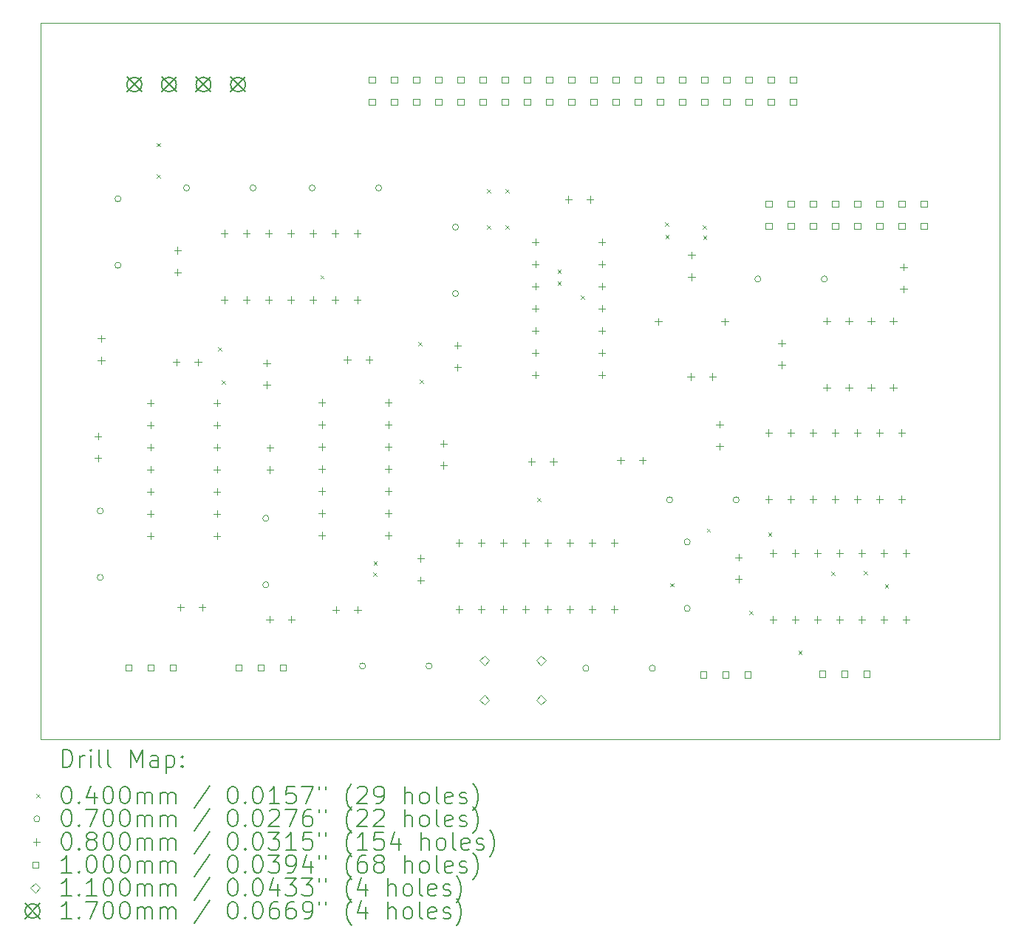
<source format=gbr>
%FSLAX45Y45*%
G04 Gerber Fmt 4.5, Leading zero omitted, Abs format (unit mm)*
G04 Created by KiCad (PCBNEW (6.0.5)) date 2025-02-02 15:21:16*
%MOMM*%
%LPD*%
G01*
G04 APERTURE LIST*
%TA.AperFunction,Profile*%
%ADD10C,0.100000*%
%TD*%
%ADD11C,0.200000*%
%ADD12C,0.040000*%
%ADD13C,0.070000*%
%ADD14C,0.080000*%
%ADD15C,0.100000*%
%ADD16C,0.110000*%
%ADD17C,0.170000*%
G04 APERTURE END LIST*
D10*
X7835900Y-7299960D02*
X18826480Y-7299960D01*
X18826480Y-7299960D02*
X18826480Y-15516860D01*
X18826480Y-15516860D02*
X7835900Y-15516860D01*
X7835900Y-15516860D02*
X7835900Y-7299960D01*
D11*
D12*
X9169720Y-8676960D02*
X9209720Y-8716960D01*
X9209720Y-8676960D02*
X9169720Y-8716960D01*
X9169720Y-9035100D02*
X9209720Y-9075100D01*
X9209720Y-9035100D02*
X9169720Y-9075100D01*
X9870760Y-11016300D02*
X9910760Y-11056300D01*
X9910760Y-11016300D02*
X9870760Y-11056300D01*
X9913940Y-11399840D02*
X9953940Y-11439840D01*
X9953940Y-11399840D02*
X9913940Y-11439840D01*
X11044240Y-10193340D02*
X11084240Y-10233340D01*
X11084240Y-10193340D02*
X11044240Y-10233340D01*
X11648760Y-13599480D02*
X11688760Y-13639480D01*
X11688760Y-13599480D02*
X11648760Y-13639480D01*
X11653840Y-13475020D02*
X11693840Y-13515020D01*
X11693840Y-13475020D02*
X11653840Y-13515020D01*
X12166920Y-10960420D02*
X12206920Y-11000420D01*
X12206920Y-10960420D02*
X12166920Y-11000420D01*
X12184751Y-11389680D02*
X12224751Y-11429680D01*
X12224751Y-11389680D02*
X12184751Y-11429680D01*
X12954320Y-9205280D02*
X12994320Y-9245280D01*
X12994320Y-9205280D02*
X12954320Y-9245280D01*
X12954320Y-9619300D02*
X12994320Y-9659300D01*
X12994320Y-9619300D02*
X12954320Y-9659300D01*
X13162600Y-9205280D02*
X13202600Y-9245280D01*
X13202600Y-9205280D02*
X13162600Y-9245280D01*
X13162600Y-9619300D02*
X13202600Y-9659300D01*
X13202600Y-9619300D02*
X13162600Y-9659300D01*
X13528360Y-12746040D02*
X13568360Y-12786040D01*
X13568360Y-12746040D02*
X13528360Y-12786040D01*
X13762040Y-10132380D02*
X13802040Y-10172380D01*
X13802040Y-10132380D02*
X13762040Y-10172380D01*
X13762040Y-10261920D02*
X13802040Y-10301920D01*
X13802040Y-10261920D02*
X13762040Y-10301920D01*
X14026200Y-10427020D02*
X14066200Y-10467020D01*
X14066200Y-10427020D02*
X14026200Y-10467020D01*
X14993940Y-9588820D02*
X15033940Y-9628820D01*
X15033940Y-9588820D02*
X14993940Y-9628820D01*
X14999020Y-9728520D02*
X15039020Y-9768520D01*
X15039020Y-9728520D02*
X14999020Y-9768520D01*
X15052360Y-13723940D02*
X15092360Y-13763940D01*
X15092360Y-13723940D02*
X15052360Y-13763940D01*
X15425740Y-9624380D02*
X15465740Y-9664380D01*
X15465740Y-9624380D02*
X15425740Y-9664380D01*
X15430820Y-9738680D02*
X15470820Y-9778680D01*
X15470820Y-9738680D02*
X15430820Y-9778680D01*
X15471460Y-13096560D02*
X15511460Y-13136560D01*
X15511460Y-13096560D02*
X15471460Y-13136560D01*
X15959140Y-14038900D02*
X15999140Y-14078900D01*
X15999140Y-14038900D02*
X15959140Y-14078900D01*
X16175040Y-13144820D02*
X16215040Y-13184820D01*
X16215040Y-13144820D02*
X16175040Y-13184820D01*
X16523020Y-14498640D02*
X16563020Y-14538640D01*
X16563020Y-14498640D02*
X16523020Y-14538640D01*
X16896400Y-13589320D02*
X16936400Y-13629320D01*
X16936400Y-13589320D02*
X16896400Y-13629320D01*
X17272320Y-13584240D02*
X17312320Y-13624240D01*
X17312320Y-13584240D02*
X17272320Y-13624240D01*
X17513620Y-13734100D02*
X17553620Y-13774100D01*
X17553620Y-13734100D02*
X17513620Y-13774100D01*
D13*
X8556700Y-12895580D02*
G75*
G03*
X8556700Y-12895580I-35000J0D01*
G01*
X8556700Y-13657580D02*
G75*
G03*
X8556700Y-13657580I-35000J0D01*
G01*
X8759900Y-9316720D02*
G75*
G03*
X8759900Y-9316720I-35000J0D01*
G01*
X8759900Y-10078720D02*
G75*
G03*
X8759900Y-10078720I-35000J0D01*
G01*
X9544760Y-9192260D02*
G75*
G03*
X9544760Y-9192260I-35000J0D01*
G01*
X10306760Y-9192260D02*
G75*
G03*
X10306760Y-9192260I-35000J0D01*
G01*
X10454080Y-12979400D02*
G75*
G03*
X10454080Y-12979400I-35000J0D01*
G01*
X10454080Y-13741400D02*
G75*
G03*
X10454080Y-13741400I-35000J0D01*
G01*
X10984940Y-9192260D02*
G75*
G03*
X10984940Y-9192260I-35000J0D01*
G01*
X11561520Y-14673580D02*
G75*
G03*
X11561520Y-14673580I-35000J0D01*
G01*
X11746940Y-9192260D02*
G75*
G03*
X11746940Y-9192260I-35000J0D01*
G01*
X12323520Y-14673580D02*
G75*
G03*
X12323520Y-14673580I-35000J0D01*
G01*
X12628320Y-9641840D02*
G75*
G03*
X12628320Y-9641840I-35000J0D01*
G01*
X12628320Y-10403840D02*
G75*
G03*
X12628320Y-10403840I-35000J0D01*
G01*
X14121840Y-14698980D02*
G75*
G03*
X14121840Y-14698980I-35000J0D01*
G01*
X14883840Y-14698980D02*
G75*
G03*
X14883840Y-14698980I-35000J0D01*
G01*
X15081960Y-12768580D02*
G75*
G03*
X15081960Y-12768580I-35000J0D01*
G01*
X15282620Y-13251180D02*
G75*
G03*
X15282620Y-13251180I-35000J0D01*
G01*
X15282620Y-14013180D02*
G75*
G03*
X15282620Y-14013180I-35000J0D01*
G01*
X15843960Y-12768580D02*
G75*
G03*
X15843960Y-12768580I-35000J0D01*
G01*
X16092880Y-10236200D02*
G75*
G03*
X16092880Y-10236200I-35000J0D01*
G01*
X16854880Y-10236200D02*
G75*
G03*
X16854880Y-10236200I-35000J0D01*
G01*
D14*
X8496300Y-11999600D02*
X8496300Y-12079600D01*
X8456300Y-12039600D02*
X8536300Y-12039600D01*
X8496300Y-12249600D02*
X8496300Y-12329600D01*
X8456300Y-12289600D02*
X8536300Y-12289600D01*
X8531860Y-10878920D02*
X8531860Y-10958920D01*
X8491860Y-10918920D02*
X8571860Y-10918920D01*
X8531860Y-11128920D02*
X8531860Y-11208920D01*
X8491860Y-11168920D02*
X8571860Y-11168920D01*
X9096740Y-11618100D02*
X9096740Y-11698100D01*
X9056740Y-11658100D02*
X9136740Y-11658100D01*
X9096740Y-11872100D02*
X9096740Y-11952100D01*
X9056740Y-11912100D02*
X9136740Y-11912100D01*
X9096740Y-12126100D02*
X9096740Y-12206100D01*
X9056740Y-12166100D02*
X9136740Y-12166100D01*
X9096740Y-12380100D02*
X9096740Y-12460100D01*
X9056740Y-12420100D02*
X9136740Y-12420100D01*
X9096740Y-12634100D02*
X9096740Y-12714100D01*
X9056740Y-12674100D02*
X9136740Y-12674100D01*
X9096740Y-12888100D02*
X9096740Y-12968100D01*
X9056740Y-12928100D02*
X9136740Y-12928100D01*
X9096740Y-13142100D02*
X9096740Y-13222100D01*
X9056740Y-13182100D02*
X9136740Y-13182100D01*
X9392380Y-11148700D02*
X9392380Y-11228700D01*
X9352380Y-11188700D02*
X9432380Y-11188700D01*
X9408160Y-9868000D02*
X9408160Y-9948000D01*
X9368160Y-9908000D02*
X9448160Y-9908000D01*
X9408160Y-10118000D02*
X9408160Y-10198000D01*
X9368160Y-10158000D02*
X9448160Y-10158000D01*
X9440640Y-13960480D02*
X9440640Y-14040480D01*
X9400640Y-14000480D02*
X9480640Y-14000480D01*
X9642380Y-11148700D02*
X9642380Y-11228700D01*
X9602380Y-11188700D02*
X9682380Y-11188700D01*
X9690640Y-13960480D02*
X9690640Y-14040480D01*
X9650640Y-14000480D02*
X9730640Y-14000480D01*
X9858740Y-11618100D02*
X9858740Y-11698100D01*
X9818740Y-11658100D02*
X9898740Y-11658100D01*
X9858740Y-11872100D02*
X9858740Y-11952100D01*
X9818740Y-11912100D02*
X9898740Y-11912100D01*
X9858740Y-12126100D02*
X9858740Y-12206100D01*
X9818740Y-12166100D02*
X9898740Y-12166100D01*
X9858740Y-12380100D02*
X9858740Y-12460100D01*
X9818740Y-12420100D02*
X9898740Y-12420100D01*
X9858740Y-12634100D02*
X9858740Y-12714100D01*
X9818740Y-12674100D02*
X9898740Y-12674100D01*
X9858740Y-12888100D02*
X9858740Y-12968100D01*
X9818740Y-12928100D02*
X9898740Y-12928100D01*
X9858740Y-13142100D02*
X9858740Y-13222100D01*
X9818740Y-13182100D02*
X9898740Y-13182100D01*
X9943600Y-9671960D02*
X9943600Y-9751960D01*
X9903600Y-9711960D02*
X9983600Y-9711960D01*
X9943600Y-10433960D02*
X9943600Y-10513960D01*
X9903600Y-10473960D02*
X9983600Y-10473960D01*
X10197600Y-9671960D02*
X10197600Y-9751960D01*
X10157600Y-9711960D02*
X10237600Y-9711960D01*
X10197600Y-10433960D02*
X10197600Y-10513960D01*
X10157600Y-10473960D02*
X10237600Y-10473960D01*
X10429240Y-11160320D02*
X10429240Y-11240320D01*
X10389240Y-11200320D02*
X10469240Y-11200320D01*
X10429240Y-11410320D02*
X10429240Y-11490320D01*
X10389240Y-11450320D02*
X10469240Y-11450320D01*
X10451600Y-9671960D02*
X10451600Y-9751960D01*
X10411600Y-9711960D02*
X10491600Y-9711960D01*
X10451600Y-10433960D02*
X10451600Y-10513960D01*
X10411600Y-10473960D02*
X10491600Y-10473960D01*
X10461720Y-14097640D02*
X10461720Y-14177640D01*
X10421720Y-14137640D02*
X10501720Y-14137640D01*
X10467340Y-12131680D02*
X10467340Y-12211680D01*
X10427340Y-12171680D02*
X10507340Y-12171680D01*
X10467340Y-12381680D02*
X10467340Y-12461680D01*
X10427340Y-12421680D02*
X10507340Y-12421680D01*
X10705600Y-9671960D02*
X10705600Y-9751960D01*
X10665600Y-9711960D02*
X10745600Y-9711960D01*
X10705600Y-10433960D02*
X10705600Y-10513960D01*
X10665600Y-10473960D02*
X10745600Y-10473960D01*
X10711720Y-14097640D02*
X10711720Y-14177640D01*
X10671720Y-14137640D02*
X10751720Y-14137640D01*
X10959600Y-9671960D02*
X10959600Y-9751960D01*
X10919600Y-9711960D02*
X10999600Y-9711960D01*
X10959600Y-10433960D02*
X10959600Y-10513960D01*
X10919600Y-10473960D02*
X10999600Y-10473960D01*
X11060160Y-11613020D02*
X11060160Y-11693020D01*
X11020160Y-11653020D02*
X11100160Y-11653020D01*
X11060160Y-11867020D02*
X11060160Y-11947020D01*
X11020160Y-11907020D02*
X11100160Y-11907020D01*
X11060160Y-12121020D02*
X11060160Y-12201020D01*
X11020160Y-12161020D02*
X11100160Y-12161020D01*
X11060160Y-12375020D02*
X11060160Y-12455020D01*
X11020160Y-12415020D02*
X11100160Y-12415020D01*
X11060160Y-12629020D02*
X11060160Y-12709020D01*
X11020160Y-12669020D02*
X11100160Y-12669020D01*
X11060160Y-12883020D02*
X11060160Y-12963020D01*
X11020160Y-12923020D02*
X11100160Y-12923020D01*
X11060160Y-13137020D02*
X11060160Y-13217020D01*
X11020160Y-13177020D02*
X11100160Y-13177020D01*
X11213600Y-9671960D02*
X11213600Y-9751960D01*
X11173600Y-9711960D02*
X11253600Y-9711960D01*
X11213600Y-10433960D02*
X11213600Y-10513960D01*
X11173600Y-10473960D02*
X11253600Y-10473960D01*
X11221720Y-13988420D02*
X11221720Y-14068420D01*
X11181720Y-14028420D02*
X11261720Y-14028420D01*
X11353260Y-11120760D02*
X11353260Y-11200760D01*
X11313260Y-11160760D02*
X11393260Y-11160760D01*
X11467600Y-9671960D02*
X11467600Y-9751960D01*
X11427600Y-9711960D02*
X11507600Y-9711960D01*
X11467600Y-10433960D02*
X11467600Y-10513960D01*
X11427600Y-10473960D02*
X11507600Y-10473960D01*
X11471720Y-13988420D02*
X11471720Y-14068420D01*
X11431720Y-14028420D02*
X11511720Y-14028420D01*
X11603260Y-11120760D02*
X11603260Y-11200760D01*
X11563260Y-11160760D02*
X11643260Y-11160760D01*
X11822160Y-11613020D02*
X11822160Y-11693020D01*
X11782160Y-11653020D02*
X11862160Y-11653020D01*
X11822160Y-11867020D02*
X11822160Y-11947020D01*
X11782160Y-11907020D02*
X11862160Y-11907020D01*
X11822160Y-12121020D02*
X11822160Y-12201020D01*
X11782160Y-12161020D02*
X11862160Y-12161020D01*
X11822160Y-12375020D02*
X11822160Y-12455020D01*
X11782160Y-12415020D02*
X11862160Y-12415020D01*
X11822160Y-12629020D02*
X11822160Y-12709020D01*
X11782160Y-12669020D02*
X11862160Y-12669020D01*
X11822160Y-12883020D02*
X11822160Y-12963020D01*
X11782160Y-12923020D02*
X11862160Y-12923020D01*
X11822160Y-13137020D02*
X11822160Y-13217020D01*
X11782160Y-13177020D02*
X11862160Y-13177020D01*
X12194540Y-13398600D02*
X12194540Y-13478600D01*
X12154540Y-13438600D02*
X12234540Y-13438600D01*
X12194540Y-13648600D02*
X12194540Y-13728600D01*
X12154540Y-13688600D02*
X12234540Y-13688600D01*
X12455620Y-12083420D02*
X12455620Y-12163420D01*
X12415620Y-12123420D02*
X12495620Y-12123420D01*
X12455620Y-12333420D02*
X12455620Y-12413420D01*
X12415620Y-12373420D02*
X12495620Y-12373420D01*
X12616180Y-10958251D02*
X12616180Y-11038251D01*
X12576180Y-10998251D02*
X12656180Y-10998251D01*
X12616180Y-11208251D02*
X12616180Y-11288251D01*
X12576180Y-11248251D02*
X12656180Y-11248251D01*
X12632920Y-13220340D02*
X12632920Y-13300340D01*
X12592920Y-13260340D02*
X12672920Y-13260340D01*
X12632920Y-13982340D02*
X12632920Y-14062340D01*
X12592920Y-14022340D02*
X12672920Y-14022340D01*
X12886920Y-13220340D02*
X12886920Y-13300340D01*
X12846920Y-13260340D02*
X12926920Y-13260340D01*
X12886920Y-13982340D02*
X12886920Y-14062340D01*
X12846920Y-14022340D02*
X12926920Y-14022340D01*
X13140920Y-13220340D02*
X13140920Y-13300340D01*
X13100920Y-13260340D02*
X13180920Y-13260340D01*
X13140920Y-13982340D02*
X13140920Y-14062340D01*
X13100920Y-14022340D02*
X13180920Y-14022340D01*
X13394920Y-13220340D02*
X13394920Y-13300340D01*
X13354920Y-13260340D02*
X13434920Y-13260340D01*
X13394920Y-13982340D02*
X13394920Y-14062340D01*
X13354920Y-14022340D02*
X13434920Y-14022340D01*
X13464000Y-12289160D02*
X13464000Y-12369160D01*
X13424000Y-12329160D02*
X13504000Y-12329160D01*
X13508720Y-9771520D02*
X13508720Y-9851520D01*
X13468720Y-9811520D02*
X13548720Y-9811520D01*
X13508720Y-10025520D02*
X13508720Y-10105520D01*
X13468720Y-10065520D02*
X13548720Y-10065520D01*
X13508720Y-10279520D02*
X13508720Y-10359520D01*
X13468720Y-10319520D02*
X13548720Y-10319520D01*
X13508720Y-10533520D02*
X13508720Y-10613520D01*
X13468720Y-10573520D02*
X13548720Y-10573520D01*
X13508720Y-10787520D02*
X13508720Y-10867520D01*
X13468720Y-10827520D02*
X13548720Y-10827520D01*
X13508720Y-11041520D02*
X13508720Y-11121520D01*
X13468720Y-11081520D02*
X13548720Y-11081520D01*
X13508720Y-11295520D02*
X13508720Y-11375520D01*
X13468720Y-11335520D02*
X13548720Y-11335520D01*
X13648920Y-13220340D02*
X13648920Y-13300340D01*
X13608920Y-13260340D02*
X13688920Y-13260340D01*
X13648920Y-13982340D02*
X13648920Y-14062340D01*
X13608920Y-14022340D02*
X13688920Y-14022340D01*
X13714000Y-12289160D02*
X13714000Y-12369160D01*
X13674000Y-12329160D02*
X13754000Y-12329160D01*
X13885640Y-9284340D02*
X13885640Y-9364340D01*
X13845640Y-9324340D02*
X13925640Y-9324340D01*
X13902920Y-13220340D02*
X13902920Y-13300340D01*
X13862920Y-13260340D02*
X13942920Y-13260340D01*
X13902920Y-13982340D02*
X13902920Y-14062340D01*
X13862920Y-14022340D02*
X13942920Y-14022340D01*
X14135640Y-9284340D02*
X14135640Y-9364340D01*
X14095640Y-9324340D02*
X14175640Y-9324340D01*
X14156920Y-13220340D02*
X14156920Y-13300340D01*
X14116920Y-13260340D02*
X14196920Y-13260340D01*
X14156920Y-13982340D02*
X14156920Y-14062340D01*
X14116920Y-14022340D02*
X14196920Y-14022340D01*
X14270720Y-9771520D02*
X14270720Y-9851520D01*
X14230720Y-9811520D02*
X14310720Y-9811520D01*
X14270720Y-10025520D02*
X14270720Y-10105520D01*
X14230720Y-10065520D02*
X14310720Y-10065520D01*
X14270720Y-10279520D02*
X14270720Y-10359520D01*
X14230720Y-10319520D02*
X14310720Y-10319520D01*
X14270720Y-10533520D02*
X14270720Y-10613520D01*
X14230720Y-10573520D02*
X14310720Y-10573520D01*
X14270720Y-10787520D02*
X14270720Y-10867520D01*
X14230720Y-10827520D02*
X14310720Y-10827520D01*
X14270720Y-11041520D02*
X14270720Y-11121520D01*
X14230720Y-11081520D02*
X14310720Y-11081520D01*
X14270720Y-11295520D02*
X14270720Y-11375520D01*
X14230720Y-11335520D02*
X14310720Y-11335520D01*
X14410920Y-13220340D02*
X14410920Y-13300340D01*
X14370920Y-13260340D02*
X14450920Y-13260340D01*
X14410920Y-13982340D02*
X14410920Y-14062340D01*
X14370920Y-14022340D02*
X14450920Y-14022340D01*
X14485080Y-12276460D02*
X14485080Y-12356460D01*
X14445080Y-12316460D02*
X14525080Y-12316460D01*
X14735080Y-12276460D02*
X14735080Y-12356460D01*
X14695080Y-12316460D02*
X14775080Y-12316460D01*
X14917420Y-10683880D02*
X14917420Y-10763880D01*
X14877420Y-10723880D02*
X14957420Y-10723880D01*
X15287720Y-11316340D02*
X15287720Y-11396340D01*
X15247720Y-11356340D02*
X15327720Y-11356340D01*
X15295880Y-9921931D02*
X15295880Y-10001931D01*
X15255880Y-9961931D02*
X15335880Y-9961931D01*
X15295880Y-10171931D02*
X15295880Y-10251931D01*
X15255880Y-10211931D02*
X15335880Y-10211931D01*
X15537720Y-11316340D02*
X15537720Y-11396340D01*
X15497720Y-11356340D02*
X15577720Y-11356340D01*
X15618460Y-11864440D02*
X15618460Y-11944440D01*
X15578460Y-11904440D02*
X15658460Y-11904440D01*
X15618460Y-12114440D02*
X15618460Y-12194440D01*
X15578460Y-12154440D02*
X15658460Y-12154440D01*
X15679420Y-10683880D02*
X15679420Y-10763880D01*
X15639420Y-10723880D02*
X15719420Y-10723880D01*
X15836900Y-13386440D02*
X15836900Y-13466440D01*
X15796900Y-13426440D02*
X15876900Y-13426440D01*
X15836900Y-13636440D02*
X15836900Y-13716440D01*
X15796900Y-13676440D02*
X15876900Y-13676440D01*
X16181840Y-11960500D02*
X16181840Y-12040500D01*
X16141840Y-12000500D02*
X16221840Y-12000500D01*
X16181840Y-12722500D02*
X16181840Y-12802500D01*
X16141840Y-12762500D02*
X16221840Y-12762500D01*
X16232640Y-13339720D02*
X16232640Y-13419720D01*
X16192640Y-13379720D02*
X16272640Y-13379720D01*
X16232640Y-14101720D02*
X16232640Y-14181720D01*
X16192640Y-14141720D02*
X16272640Y-14141720D01*
X16329660Y-10932260D02*
X16329660Y-11012260D01*
X16289660Y-10972260D02*
X16369660Y-10972260D01*
X16329660Y-11182260D02*
X16329660Y-11262260D01*
X16289660Y-11222260D02*
X16369660Y-11222260D01*
X16435840Y-11960500D02*
X16435840Y-12040500D01*
X16395840Y-12000500D02*
X16475840Y-12000500D01*
X16435840Y-12722500D02*
X16435840Y-12802500D01*
X16395840Y-12762500D02*
X16475840Y-12762500D01*
X16486640Y-13339720D02*
X16486640Y-13419720D01*
X16446640Y-13379720D02*
X16526640Y-13379720D01*
X16486640Y-14101720D02*
X16486640Y-14181720D01*
X16446640Y-14141720D02*
X16526640Y-14141720D01*
X16689840Y-11960500D02*
X16689840Y-12040500D01*
X16649840Y-12000500D02*
X16729840Y-12000500D01*
X16689840Y-12722500D02*
X16689840Y-12802500D01*
X16649840Y-12762500D02*
X16729840Y-12762500D01*
X16740640Y-13339720D02*
X16740640Y-13419720D01*
X16700640Y-13379720D02*
X16780640Y-13379720D01*
X16740640Y-14101720D02*
X16740640Y-14181720D01*
X16700640Y-14141720D02*
X16780640Y-14141720D01*
X16846280Y-10677800D02*
X16846280Y-10757800D01*
X16806280Y-10717800D02*
X16886280Y-10717800D01*
X16846280Y-11439800D02*
X16846280Y-11519800D01*
X16806280Y-11479800D02*
X16886280Y-11479800D01*
X16943840Y-11960500D02*
X16943840Y-12040500D01*
X16903840Y-12000500D02*
X16983840Y-12000500D01*
X16943840Y-12722500D02*
X16943840Y-12802500D01*
X16903840Y-12762500D02*
X16983840Y-12762500D01*
X16994640Y-13339720D02*
X16994640Y-13419720D01*
X16954640Y-13379720D02*
X17034640Y-13379720D01*
X16994640Y-14101720D02*
X16994640Y-14181720D01*
X16954640Y-14141720D02*
X17034640Y-14141720D01*
X17100280Y-10677800D02*
X17100280Y-10757800D01*
X17060280Y-10717800D02*
X17140280Y-10717800D01*
X17100280Y-11439800D02*
X17100280Y-11519800D01*
X17060280Y-11479800D02*
X17140280Y-11479800D01*
X17197840Y-11960500D02*
X17197840Y-12040500D01*
X17157840Y-12000500D02*
X17237840Y-12000500D01*
X17197840Y-12722500D02*
X17197840Y-12802500D01*
X17157840Y-12762500D02*
X17237840Y-12762500D01*
X17248640Y-13339720D02*
X17248640Y-13419720D01*
X17208640Y-13379720D02*
X17288640Y-13379720D01*
X17248640Y-14101720D02*
X17248640Y-14181720D01*
X17208640Y-14141720D02*
X17288640Y-14141720D01*
X17354280Y-10677800D02*
X17354280Y-10757800D01*
X17314280Y-10717800D02*
X17394280Y-10717800D01*
X17354280Y-11439800D02*
X17354280Y-11519800D01*
X17314280Y-11479800D02*
X17394280Y-11479800D01*
X17451840Y-11960500D02*
X17451840Y-12040500D01*
X17411840Y-12000500D02*
X17491840Y-12000500D01*
X17451840Y-12722500D02*
X17451840Y-12802500D01*
X17411840Y-12762500D02*
X17491840Y-12762500D01*
X17502640Y-13339720D02*
X17502640Y-13419720D01*
X17462640Y-13379720D02*
X17542640Y-13379720D01*
X17502640Y-14101720D02*
X17502640Y-14181720D01*
X17462640Y-14141720D02*
X17542640Y-14141720D01*
X17608280Y-10677800D02*
X17608280Y-10757800D01*
X17568280Y-10717800D02*
X17648280Y-10717800D01*
X17608280Y-11439800D02*
X17608280Y-11519800D01*
X17568280Y-11479800D02*
X17648280Y-11479800D01*
X17705840Y-11960500D02*
X17705840Y-12040500D01*
X17665840Y-12000500D02*
X17745840Y-12000500D01*
X17705840Y-12722500D02*
X17705840Y-12802500D01*
X17665840Y-12762500D02*
X17745840Y-12762500D01*
X17726660Y-10060449D02*
X17726660Y-10140449D01*
X17686660Y-10100449D02*
X17766660Y-10100449D01*
X17726660Y-10310449D02*
X17726660Y-10390449D01*
X17686660Y-10350449D02*
X17766660Y-10350449D01*
X17756640Y-13339720D02*
X17756640Y-13419720D01*
X17716640Y-13379720D02*
X17796640Y-13379720D01*
X17756640Y-14101720D02*
X17756640Y-14181720D01*
X17716640Y-14141720D02*
X17796640Y-14141720D01*
D15*
X8879636Y-14728216D02*
X8879636Y-14657504D01*
X8808924Y-14657504D01*
X8808924Y-14728216D01*
X8879636Y-14728216D01*
X9133636Y-14728216D02*
X9133636Y-14657504D01*
X9062924Y-14657504D01*
X9062924Y-14728216D01*
X9133636Y-14728216D01*
X9387636Y-14728216D02*
X9387636Y-14657504D01*
X9316924Y-14657504D01*
X9316924Y-14728216D01*
X9387636Y-14728216D01*
X10140976Y-14729256D02*
X10140976Y-14658544D01*
X10070264Y-14658544D01*
X10070264Y-14729256D01*
X10140976Y-14729256D01*
X10394976Y-14729256D02*
X10394976Y-14658544D01*
X10324264Y-14658544D01*
X10324264Y-14729256D01*
X10394976Y-14729256D01*
X10648976Y-14729256D02*
X10648976Y-14658544D01*
X10578264Y-14658544D01*
X10578264Y-14729256D01*
X10648976Y-14729256D01*
X11671096Y-7987146D02*
X11671096Y-7916434D01*
X11600384Y-7916434D01*
X11600384Y-7987146D01*
X11671096Y-7987146D01*
X11671096Y-8241146D02*
X11671096Y-8170434D01*
X11600384Y-8170434D01*
X11600384Y-8241146D01*
X11671096Y-8241146D01*
X11925096Y-7987146D02*
X11925096Y-7916434D01*
X11854384Y-7916434D01*
X11854384Y-7987146D01*
X11925096Y-7987146D01*
X11925096Y-8241146D02*
X11925096Y-8170434D01*
X11854384Y-8170434D01*
X11854384Y-8241146D01*
X11925096Y-8241146D01*
X12179096Y-7987146D02*
X12179096Y-7916434D01*
X12108384Y-7916434D01*
X12108384Y-7987146D01*
X12179096Y-7987146D01*
X12179096Y-8241146D02*
X12179096Y-8170434D01*
X12108384Y-8170434D01*
X12108384Y-8241146D01*
X12179096Y-8241146D01*
X12433096Y-7987146D02*
X12433096Y-7916434D01*
X12362384Y-7916434D01*
X12362384Y-7987146D01*
X12433096Y-7987146D01*
X12433096Y-8241146D02*
X12433096Y-8170434D01*
X12362384Y-8170434D01*
X12362384Y-8241146D01*
X12433096Y-8241146D01*
X12687096Y-7987146D02*
X12687096Y-7916434D01*
X12616384Y-7916434D01*
X12616384Y-7987146D01*
X12687096Y-7987146D01*
X12687096Y-8241146D02*
X12687096Y-8170434D01*
X12616384Y-8170434D01*
X12616384Y-8241146D01*
X12687096Y-8241146D01*
X12941096Y-7987146D02*
X12941096Y-7916434D01*
X12870384Y-7916434D01*
X12870384Y-7987146D01*
X12941096Y-7987146D01*
X12941096Y-8241146D02*
X12941096Y-8170434D01*
X12870384Y-8170434D01*
X12870384Y-8241146D01*
X12941096Y-8241146D01*
X13195096Y-7987146D02*
X13195096Y-7916434D01*
X13124384Y-7916434D01*
X13124384Y-7987146D01*
X13195096Y-7987146D01*
X13195096Y-8241146D02*
X13195096Y-8170434D01*
X13124384Y-8170434D01*
X13124384Y-8241146D01*
X13195096Y-8241146D01*
X13449096Y-7987146D02*
X13449096Y-7916434D01*
X13378384Y-7916434D01*
X13378384Y-7987146D01*
X13449096Y-7987146D01*
X13449096Y-8241146D02*
X13449096Y-8170434D01*
X13378384Y-8170434D01*
X13378384Y-8241146D01*
X13449096Y-8241146D01*
X13703096Y-7987146D02*
X13703096Y-7916434D01*
X13632384Y-7916434D01*
X13632384Y-7987146D01*
X13703096Y-7987146D01*
X13703096Y-8241146D02*
X13703096Y-8170434D01*
X13632384Y-8170434D01*
X13632384Y-8241146D01*
X13703096Y-8241146D01*
X13957096Y-7987146D02*
X13957096Y-7916434D01*
X13886384Y-7916434D01*
X13886384Y-7987146D01*
X13957096Y-7987146D01*
X13957096Y-8241146D02*
X13957096Y-8170434D01*
X13886384Y-8170434D01*
X13886384Y-8241146D01*
X13957096Y-8241146D01*
X14211096Y-7987146D02*
X14211096Y-7916434D01*
X14140384Y-7916434D01*
X14140384Y-7987146D01*
X14211096Y-7987146D01*
X14211096Y-8241146D02*
X14211096Y-8170434D01*
X14140384Y-8170434D01*
X14140384Y-8241146D01*
X14211096Y-8241146D01*
X14465096Y-7987146D02*
X14465096Y-7916434D01*
X14394384Y-7916434D01*
X14394384Y-7987146D01*
X14465096Y-7987146D01*
X14465096Y-8241146D02*
X14465096Y-8170434D01*
X14394384Y-8170434D01*
X14394384Y-8241146D01*
X14465096Y-8241146D01*
X14719096Y-7987146D02*
X14719096Y-7916434D01*
X14648384Y-7916434D01*
X14648384Y-7987146D01*
X14719096Y-7987146D01*
X14719096Y-8241146D02*
X14719096Y-8170434D01*
X14648384Y-8170434D01*
X14648384Y-8241146D01*
X14719096Y-8241146D01*
X14973096Y-7987146D02*
X14973096Y-7916434D01*
X14902384Y-7916434D01*
X14902384Y-7987146D01*
X14973096Y-7987146D01*
X14973096Y-8241146D02*
X14973096Y-8170434D01*
X14902384Y-8170434D01*
X14902384Y-8241146D01*
X14973096Y-8241146D01*
X15227096Y-7987146D02*
X15227096Y-7916434D01*
X15156384Y-7916434D01*
X15156384Y-7987146D01*
X15227096Y-7987146D01*
X15227096Y-8241146D02*
X15227096Y-8170434D01*
X15156384Y-8170434D01*
X15156384Y-8241146D01*
X15227096Y-8241146D01*
X15467356Y-14809036D02*
X15467356Y-14738324D01*
X15396644Y-14738324D01*
X15396644Y-14809036D01*
X15467356Y-14809036D01*
X15481096Y-7987146D02*
X15481096Y-7916434D01*
X15410384Y-7916434D01*
X15410384Y-7987146D01*
X15481096Y-7987146D01*
X15481096Y-8241146D02*
X15481096Y-8170434D01*
X15410384Y-8170434D01*
X15410384Y-8241146D01*
X15481096Y-8241146D01*
X15721356Y-14809036D02*
X15721356Y-14738324D01*
X15650644Y-14738324D01*
X15650644Y-14809036D01*
X15721356Y-14809036D01*
X15735096Y-7987146D02*
X15735096Y-7916434D01*
X15664384Y-7916434D01*
X15664384Y-7987146D01*
X15735096Y-7987146D01*
X15735096Y-8241146D02*
X15735096Y-8170434D01*
X15664384Y-8170434D01*
X15664384Y-8241146D01*
X15735096Y-8241146D01*
X15975356Y-14809036D02*
X15975356Y-14738324D01*
X15904644Y-14738324D01*
X15904644Y-14809036D01*
X15975356Y-14809036D01*
X15989096Y-7987146D02*
X15989096Y-7916434D01*
X15918384Y-7916434D01*
X15918384Y-7987146D01*
X15989096Y-7987146D01*
X15989096Y-8241146D02*
X15989096Y-8170434D01*
X15918384Y-8170434D01*
X15918384Y-8241146D01*
X15989096Y-8241146D01*
X16219196Y-9408456D02*
X16219196Y-9337744D01*
X16148484Y-9337744D01*
X16148484Y-9408456D01*
X16219196Y-9408456D01*
X16219196Y-9662456D02*
X16219196Y-9591744D01*
X16148484Y-9591744D01*
X16148484Y-9662456D01*
X16219196Y-9662456D01*
X16243096Y-7987146D02*
X16243096Y-7916434D01*
X16172384Y-7916434D01*
X16172384Y-7987146D01*
X16243096Y-7987146D01*
X16243096Y-8241146D02*
X16243096Y-8170434D01*
X16172384Y-8170434D01*
X16172384Y-8241146D01*
X16243096Y-8241146D01*
X16473196Y-9408456D02*
X16473196Y-9337744D01*
X16402484Y-9337744D01*
X16402484Y-9408456D01*
X16473196Y-9408456D01*
X16473196Y-9662456D02*
X16473196Y-9591744D01*
X16402484Y-9591744D01*
X16402484Y-9662456D01*
X16473196Y-9662456D01*
X16497096Y-7987146D02*
X16497096Y-7916434D01*
X16426384Y-7916434D01*
X16426384Y-7987146D01*
X16497096Y-7987146D01*
X16497096Y-8241146D02*
X16497096Y-8170434D01*
X16426384Y-8170434D01*
X16426384Y-8241146D01*
X16497096Y-8241146D01*
X16727196Y-9408456D02*
X16727196Y-9337744D01*
X16656484Y-9337744D01*
X16656484Y-9408456D01*
X16727196Y-9408456D01*
X16727196Y-9662456D02*
X16727196Y-9591744D01*
X16656484Y-9591744D01*
X16656484Y-9662456D01*
X16727196Y-9662456D01*
X16832376Y-14797836D02*
X16832376Y-14727124D01*
X16761664Y-14727124D01*
X16761664Y-14797836D01*
X16832376Y-14797836D01*
X16981196Y-9408456D02*
X16981196Y-9337744D01*
X16910484Y-9337744D01*
X16910484Y-9408456D01*
X16981196Y-9408456D01*
X16981196Y-9662456D02*
X16981196Y-9591744D01*
X16910484Y-9591744D01*
X16910484Y-9662456D01*
X16981196Y-9662456D01*
X17086376Y-14797836D02*
X17086376Y-14727124D01*
X17015664Y-14727124D01*
X17015664Y-14797836D01*
X17086376Y-14797836D01*
X17235196Y-9408456D02*
X17235196Y-9337744D01*
X17164484Y-9337744D01*
X17164484Y-9408456D01*
X17235196Y-9408456D01*
X17235196Y-9662456D02*
X17235196Y-9591744D01*
X17164484Y-9591744D01*
X17164484Y-9662456D01*
X17235196Y-9662456D01*
X17340376Y-14797836D02*
X17340376Y-14727124D01*
X17269664Y-14727124D01*
X17269664Y-14797836D01*
X17340376Y-14797836D01*
X17489196Y-9408456D02*
X17489196Y-9337744D01*
X17418484Y-9337744D01*
X17418484Y-9408456D01*
X17489196Y-9408456D01*
X17489196Y-9662456D02*
X17489196Y-9591744D01*
X17418484Y-9591744D01*
X17418484Y-9662456D01*
X17489196Y-9662456D01*
X17743196Y-9408456D02*
X17743196Y-9337744D01*
X17672484Y-9337744D01*
X17672484Y-9408456D01*
X17743196Y-9408456D01*
X17743196Y-9662456D02*
X17743196Y-9591744D01*
X17672484Y-9591744D01*
X17672484Y-9662456D01*
X17743196Y-9662456D01*
X17997196Y-9408456D02*
X17997196Y-9337744D01*
X17926484Y-9337744D01*
X17926484Y-9408456D01*
X17997196Y-9408456D01*
X17997196Y-9662456D02*
X17997196Y-9591744D01*
X17926484Y-9591744D01*
X17926484Y-9662456D01*
X17997196Y-9662456D01*
D16*
X12923640Y-14666140D02*
X12978640Y-14611140D01*
X12923640Y-14556140D01*
X12868640Y-14611140D01*
X12923640Y-14666140D01*
X12923640Y-15116140D02*
X12978640Y-15061140D01*
X12923640Y-15006140D01*
X12868640Y-15061140D01*
X12923640Y-15116140D01*
X13573640Y-14666140D02*
X13628640Y-14611140D01*
X13573640Y-14556140D01*
X13518640Y-14611140D01*
X13573640Y-14666140D01*
X13573640Y-15116140D02*
X13628640Y-15061140D01*
X13573640Y-15006140D01*
X13518640Y-15061140D01*
X13573640Y-15116140D01*
D17*
X8827610Y-7921960D02*
X8997610Y-8091960D01*
X8997610Y-7921960D02*
X8827610Y-8091960D01*
X8997610Y-8006960D02*
G75*
G03*
X8997610Y-8006960I-85000J0D01*
G01*
X9223610Y-7921960D02*
X9393610Y-8091960D01*
X9393610Y-7921960D02*
X9223610Y-8091960D01*
X9393610Y-8006960D02*
G75*
G03*
X9393610Y-8006960I-85000J0D01*
G01*
X9619610Y-7921960D02*
X9789610Y-8091960D01*
X9789610Y-7921960D02*
X9619610Y-8091960D01*
X9789610Y-8006960D02*
G75*
G03*
X9789610Y-8006960I-85000J0D01*
G01*
X10015610Y-7921960D02*
X10185610Y-8091960D01*
X10185610Y-7921960D02*
X10015610Y-8091960D01*
X10185610Y-8006960D02*
G75*
G03*
X10185610Y-8006960I-85000J0D01*
G01*
D11*
X8088519Y-15832336D02*
X8088519Y-15632336D01*
X8136138Y-15632336D01*
X8164709Y-15641860D01*
X8183757Y-15660908D01*
X8193281Y-15679955D01*
X8202805Y-15718050D01*
X8202805Y-15746622D01*
X8193281Y-15784717D01*
X8183757Y-15803765D01*
X8164709Y-15822812D01*
X8136138Y-15832336D01*
X8088519Y-15832336D01*
X8288519Y-15832336D02*
X8288519Y-15699003D01*
X8288519Y-15737098D02*
X8298043Y-15718050D01*
X8307567Y-15708527D01*
X8326614Y-15699003D01*
X8345662Y-15699003D01*
X8412329Y-15832336D02*
X8412329Y-15699003D01*
X8412329Y-15632336D02*
X8402805Y-15641860D01*
X8412329Y-15651384D01*
X8421852Y-15641860D01*
X8412329Y-15632336D01*
X8412329Y-15651384D01*
X8536138Y-15832336D02*
X8517090Y-15822812D01*
X8507567Y-15803765D01*
X8507567Y-15632336D01*
X8640900Y-15832336D02*
X8621852Y-15822812D01*
X8612329Y-15803765D01*
X8612329Y-15632336D01*
X8869471Y-15832336D02*
X8869471Y-15632336D01*
X8936138Y-15775193D01*
X9002805Y-15632336D01*
X9002805Y-15832336D01*
X9183757Y-15832336D02*
X9183757Y-15727574D01*
X9174233Y-15708527D01*
X9155186Y-15699003D01*
X9117090Y-15699003D01*
X9098043Y-15708527D01*
X9183757Y-15822812D02*
X9164710Y-15832336D01*
X9117090Y-15832336D01*
X9098043Y-15822812D01*
X9088519Y-15803765D01*
X9088519Y-15784717D01*
X9098043Y-15765669D01*
X9117090Y-15756146D01*
X9164710Y-15756146D01*
X9183757Y-15746622D01*
X9278995Y-15699003D02*
X9278995Y-15899003D01*
X9278995Y-15708527D02*
X9298043Y-15699003D01*
X9336138Y-15699003D01*
X9355186Y-15708527D01*
X9364710Y-15718050D01*
X9374233Y-15737098D01*
X9374233Y-15794241D01*
X9364710Y-15813288D01*
X9355186Y-15822812D01*
X9336138Y-15832336D01*
X9298043Y-15832336D01*
X9278995Y-15822812D01*
X9459948Y-15813288D02*
X9469471Y-15822812D01*
X9459948Y-15832336D01*
X9450424Y-15822812D01*
X9459948Y-15813288D01*
X9459948Y-15832336D01*
X9459948Y-15708527D02*
X9469471Y-15718050D01*
X9459948Y-15727574D01*
X9450424Y-15718050D01*
X9459948Y-15708527D01*
X9459948Y-15727574D01*
D12*
X7790900Y-16141860D02*
X7830900Y-16181860D01*
X7830900Y-16141860D02*
X7790900Y-16181860D01*
D11*
X8126614Y-16052336D02*
X8145662Y-16052336D01*
X8164709Y-16061860D01*
X8174233Y-16071384D01*
X8183757Y-16090431D01*
X8193281Y-16128527D01*
X8193281Y-16176146D01*
X8183757Y-16214241D01*
X8174233Y-16233288D01*
X8164709Y-16242812D01*
X8145662Y-16252336D01*
X8126614Y-16252336D01*
X8107567Y-16242812D01*
X8098043Y-16233288D01*
X8088519Y-16214241D01*
X8078995Y-16176146D01*
X8078995Y-16128527D01*
X8088519Y-16090431D01*
X8098043Y-16071384D01*
X8107567Y-16061860D01*
X8126614Y-16052336D01*
X8278995Y-16233288D02*
X8288519Y-16242812D01*
X8278995Y-16252336D01*
X8269471Y-16242812D01*
X8278995Y-16233288D01*
X8278995Y-16252336D01*
X8459948Y-16119003D02*
X8459948Y-16252336D01*
X8412329Y-16042812D02*
X8364709Y-16185669D01*
X8488519Y-16185669D01*
X8602805Y-16052336D02*
X8621852Y-16052336D01*
X8640900Y-16061860D01*
X8650424Y-16071384D01*
X8659948Y-16090431D01*
X8669471Y-16128527D01*
X8669471Y-16176146D01*
X8659948Y-16214241D01*
X8650424Y-16233288D01*
X8640900Y-16242812D01*
X8621852Y-16252336D01*
X8602805Y-16252336D01*
X8583757Y-16242812D01*
X8574233Y-16233288D01*
X8564710Y-16214241D01*
X8555186Y-16176146D01*
X8555186Y-16128527D01*
X8564710Y-16090431D01*
X8574233Y-16071384D01*
X8583757Y-16061860D01*
X8602805Y-16052336D01*
X8793281Y-16052336D02*
X8812329Y-16052336D01*
X8831376Y-16061860D01*
X8840900Y-16071384D01*
X8850424Y-16090431D01*
X8859948Y-16128527D01*
X8859948Y-16176146D01*
X8850424Y-16214241D01*
X8840900Y-16233288D01*
X8831376Y-16242812D01*
X8812329Y-16252336D01*
X8793281Y-16252336D01*
X8774233Y-16242812D01*
X8764710Y-16233288D01*
X8755186Y-16214241D01*
X8745662Y-16176146D01*
X8745662Y-16128527D01*
X8755186Y-16090431D01*
X8764710Y-16071384D01*
X8774233Y-16061860D01*
X8793281Y-16052336D01*
X8945662Y-16252336D02*
X8945662Y-16119003D01*
X8945662Y-16138050D02*
X8955186Y-16128527D01*
X8974233Y-16119003D01*
X9002805Y-16119003D01*
X9021852Y-16128527D01*
X9031376Y-16147574D01*
X9031376Y-16252336D01*
X9031376Y-16147574D02*
X9040900Y-16128527D01*
X9059948Y-16119003D01*
X9088519Y-16119003D01*
X9107567Y-16128527D01*
X9117090Y-16147574D01*
X9117090Y-16252336D01*
X9212329Y-16252336D02*
X9212329Y-16119003D01*
X9212329Y-16138050D02*
X9221852Y-16128527D01*
X9240900Y-16119003D01*
X9269471Y-16119003D01*
X9288519Y-16128527D01*
X9298043Y-16147574D01*
X9298043Y-16252336D01*
X9298043Y-16147574D02*
X9307567Y-16128527D01*
X9326614Y-16119003D01*
X9355186Y-16119003D01*
X9374233Y-16128527D01*
X9383757Y-16147574D01*
X9383757Y-16252336D01*
X9774233Y-16042812D02*
X9602805Y-16299955D01*
X10031376Y-16052336D02*
X10050424Y-16052336D01*
X10069471Y-16061860D01*
X10078995Y-16071384D01*
X10088519Y-16090431D01*
X10098043Y-16128527D01*
X10098043Y-16176146D01*
X10088519Y-16214241D01*
X10078995Y-16233288D01*
X10069471Y-16242812D01*
X10050424Y-16252336D01*
X10031376Y-16252336D01*
X10012329Y-16242812D01*
X10002805Y-16233288D01*
X9993281Y-16214241D01*
X9983757Y-16176146D01*
X9983757Y-16128527D01*
X9993281Y-16090431D01*
X10002805Y-16071384D01*
X10012329Y-16061860D01*
X10031376Y-16052336D01*
X10183757Y-16233288D02*
X10193281Y-16242812D01*
X10183757Y-16252336D01*
X10174233Y-16242812D01*
X10183757Y-16233288D01*
X10183757Y-16252336D01*
X10317090Y-16052336D02*
X10336138Y-16052336D01*
X10355186Y-16061860D01*
X10364710Y-16071384D01*
X10374233Y-16090431D01*
X10383757Y-16128527D01*
X10383757Y-16176146D01*
X10374233Y-16214241D01*
X10364710Y-16233288D01*
X10355186Y-16242812D01*
X10336138Y-16252336D01*
X10317090Y-16252336D01*
X10298043Y-16242812D01*
X10288519Y-16233288D01*
X10278995Y-16214241D01*
X10269471Y-16176146D01*
X10269471Y-16128527D01*
X10278995Y-16090431D01*
X10288519Y-16071384D01*
X10298043Y-16061860D01*
X10317090Y-16052336D01*
X10574233Y-16252336D02*
X10459948Y-16252336D01*
X10517090Y-16252336D02*
X10517090Y-16052336D01*
X10498043Y-16080908D01*
X10478995Y-16099955D01*
X10459948Y-16109479D01*
X10755186Y-16052336D02*
X10659948Y-16052336D01*
X10650424Y-16147574D01*
X10659948Y-16138050D01*
X10678995Y-16128527D01*
X10726614Y-16128527D01*
X10745662Y-16138050D01*
X10755186Y-16147574D01*
X10764710Y-16166622D01*
X10764710Y-16214241D01*
X10755186Y-16233288D01*
X10745662Y-16242812D01*
X10726614Y-16252336D01*
X10678995Y-16252336D01*
X10659948Y-16242812D01*
X10650424Y-16233288D01*
X10831376Y-16052336D02*
X10964710Y-16052336D01*
X10878995Y-16252336D01*
X11031376Y-16052336D02*
X11031376Y-16090431D01*
X11107567Y-16052336D02*
X11107567Y-16090431D01*
X11402805Y-16328527D02*
X11393281Y-16319003D01*
X11374233Y-16290431D01*
X11364709Y-16271384D01*
X11355186Y-16242812D01*
X11345662Y-16195193D01*
X11345662Y-16157098D01*
X11355186Y-16109479D01*
X11364709Y-16080908D01*
X11374233Y-16061860D01*
X11393281Y-16033288D01*
X11402805Y-16023765D01*
X11469471Y-16071384D02*
X11478995Y-16061860D01*
X11498043Y-16052336D01*
X11545662Y-16052336D01*
X11564709Y-16061860D01*
X11574233Y-16071384D01*
X11583757Y-16090431D01*
X11583757Y-16109479D01*
X11574233Y-16138050D01*
X11459948Y-16252336D01*
X11583757Y-16252336D01*
X11678995Y-16252336D02*
X11717090Y-16252336D01*
X11736138Y-16242812D01*
X11745662Y-16233288D01*
X11764709Y-16204717D01*
X11774233Y-16166622D01*
X11774233Y-16090431D01*
X11764709Y-16071384D01*
X11755186Y-16061860D01*
X11736138Y-16052336D01*
X11698043Y-16052336D01*
X11678995Y-16061860D01*
X11669471Y-16071384D01*
X11659948Y-16090431D01*
X11659948Y-16138050D01*
X11669471Y-16157098D01*
X11678995Y-16166622D01*
X11698043Y-16176146D01*
X11736138Y-16176146D01*
X11755186Y-16166622D01*
X11764709Y-16157098D01*
X11774233Y-16138050D01*
X12012328Y-16252336D02*
X12012328Y-16052336D01*
X12098043Y-16252336D02*
X12098043Y-16147574D01*
X12088519Y-16128527D01*
X12069471Y-16119003D01*
X12040900Y-16119003D01*
X12021852Y-16128527D01*
X12012328Y-16138050D01*
X12221852Y-16252336D02*
X12202805Y-16242812D01*
X12193281Y-16233288D01*
X12183757Y-16214241D01*
X12183757Y-16157098D01*
X12193281Y-16138050D01*
X12202805Y-16128527D01*
X12221852Y-16119003D01*
X12250424Y-16119003D01*
X12269471Y-16128527D01*
X12278995Y-16138050D01*
X12288519Y-16157098D01*
X12288519Y-16214241D01*
X12278995Y-16233288D01*
X12269471Y-16242812D01*
X12250424Y-16252336D01*
X12221852Y-16252336D01*
X12402805Y-16252336D02*
X12383757Y-16242812D01*
X12374233Y-16223765D01*
X12374233Y-16052336D01*
X12555186Y-16242812D02*
X12536138Y-16252336D01*
X12498043Y-16252336D01*
X12478995Y-16242812D01*
X12469471Y-16223765D01*
X12469471Y-16147574D01*
X12478995Y-16128527D01*
X12498043Y-16119003D01*
X12536138Y-16119003D01*
X12555186Y-16128527D01*
X12564709Y-16147574D01*
X12564709Y-16166622D01*
X12469471Y-16185669D01*
X12640900Y-16242812D02*
X12659948Y-16252336D01*
X12698043Y-16252336D01*
X12717090Y-16242812D01*
X12726614Y-16223765D01*
X12726614Y-16214241D01*
X12717090Y-16195193D01*
X12698043Y-16185669D01*
X12669471Y-16185669D01*
X12650424Y-16176146D01*
X12640900Y-16157098D01*
X12640900Y-16147574D01*
X12650424Y-16128527D01*
X12669471Y-16119003D01*
X12698043Y-16119003D01*
X12717090Y-16128527D01*
X12793281Y-16328527D02*
X12802805Y-16319003D01*
X12821852Y-16290431D01*
X12831376Y-16271384D01*
X12840900Y-16242812D01*
X12850424Y-16195193D01*
X12850424Y-16157098D01*
X12840900Y-16109479D01*
X12831376Y-16080908D01*
X12821852Y-16061860D01*
X12802805Y-16033288D01*
X12793281Y-16023765D01*
D13*
X7830900Y-16425860D02*
G75*
G03*
X7830900Y-16425860I-35000J0D01*
G01*
D11*
X8126614Y-16316336D02*
X8145662Y-16316336D01*
X8164709Y-16325860D01*
X8174233Y-16335384D01*
X8183757Y-16354431D01*
X8193281Y-16392527D01*
X8193281Y-16440146D01*
X8183757Y-16478241D01*
X8174233Y-16497288D01*
X8164709Y-16506812D01*
X8145662Y-16516336D01*
X8126614Y-16516336D01*
X8107567Y-16506812D01*
X8098043Y-16497288D01*
X8088519Y-16478241D01*
X8078995Y-16440146D01*
X8078995Y-16392527D01*
X8088519Y-16354431D01*
X8098043Y-16335384D01*
X8107567Y-16325860D01*
X8126614Y-16316336D01*
X8278995Y-16497288D02*
X8288519Y-16506812D01*
X8278995Y-16516336D01*
X8269471Y-16506812D01*
X8278995Y-16497288D01*
X8278995Y-16516336D01*
X8355186Y-16316336D02*
X8488519Y-16316336D01*
X8402805Y-16516336D01*
X8602805Y-16316336D02*
X8621852Y-16316336D01*
X8640900Y-16325860D01*
X8650424Y-16335384D01*
X8659948Y-16354431D01*
X8669471Y-16392527D01*
X8669471Y-16440146D01*
X8659948Y-16478241D01*
X8650424Y-16497288D01*
X8640900Y-16506812D01*
X8621852Y-16516336D01*
X8602805Y-16516336D01*
X8583757Y-16506812D01*
X8574233Y-16497288D01*
X8564710Y-16478241D01*
X8555186Y-16440146D01*
X8555186Y-16392527D01*
X8564710Y-16354431D01*
X8574233Y-16335384D01*
X8583757Y-16325860D01*
X8602805Y-16316336D01*
X8793281Y-16316336D02*
X8812329Y-16316336D01*
X8831376Y-16325860D01*
X8840900Y-16335384D01*
X8850424Y-16354431D01*
X8859948Y-16392527D01*
X8859948Y-16440146D01*
X8850424Y-16478241D01*
X8840900Y-16497288D01*
X8831376Y-16506812D01*
X8812329Y-16516336D01*
X8793281Y-16516336D01*
X8774233Y-16506812D01*
X8764710Y-16497288D01*
X8755186Y-16478241D01*
X8745662Y-16440146D01*
X8745662Y-16392527D01*
X8755186Y-16354431D01*
X8764710Y-16335384D01*
X8774233Y-16325860D01*
X8793281Y-16316336D01*
X8945662Y-16516336D02*
X8945662Y-16383003D01*
X8945662Y-16402050D02*
X8955186Y-16392527D01*
X8974233Y-16383003D01*
X9002805Y-16383003D01*
X9021852Y-16392527D01*
X9031376Y-16411574D01*
X9031376Y-16516336D01*
X9031376Y-16411574D02*
X9040900Y-16392527D01*
X9059948Y-16383003D01*
X9088519Y-16383003D01*
X9107567Y-16392527D01*
X9117090Y-16411574D01*
X9117090Y-16516336D01*
X9212329Y-16516336D02*
X9212329Y-16383003D01*
X9212329Y-16402050D02*
X9221852Y-16392527D01*
X9240900Y-16383003D01*
X9269471Y-16383003D01*
X9288519Y-16392527D01*
X9298043Y-16411574D01*
X9298043Y-16516336D01*
X9298043Y-16411574D02*
X9307567Y-16392527D01*
X9326614Y-16383003D01*
X9355186Y-16383003D01*
X9374233Y-16392527D01*
X9383757Y-16411574D01*
X9383757Y-16516336D01*
X9774233Y-16306812D02*
X9602805Y-16563955D01*
X10031376Y-16316336D02*
X10050424Y-16316336D01*
X10069471Y-16325860D01*
X10078995Y-16335384D01*
X10088519Y-16354431D01*
X10098043Y-16392527D01*
X10098043Y-16440146D01*
X10088519Y-16478241D01*
X10078995Y-16497288D01*
X10069471Y-16506812D01*
X10050424Y-16516336D01*
X10031376Y-16516336D01*
X10012329Y-16506812D01*
X10002805Y-16497288D01*
X9993281Y-16478241D01*
X9983757Y-16440146D01*
X9983757Y-16392527D01*
X9993281Y-16354431D01*
X10002805Y-16335384D01*
X10012329Y-16325860D01*
X10031376Y-16316336D01*
X10183757Y-16497288D02*
X10193281Y-16506812D01*
X10183757Y-16516336D01*
X10174233Y-16506812D01*
X10183757Y-16497288D01*
X10183757Y-16516336D01*
X10317090Y-16316336D02*
X10336138Y-16316336D01*
X10355186Y-16325860D01*
X10364710Y-16335384D01*
X10374233Y-16354431D01*
X10383757Y-16392527D01*
X10383757Y-16440146D01*
X10374233Y-16478241D01*
X10364710Y-16497288D01*
X10355186Y-16506812D01*
X10336138Y-16516336D01*
X10317090Y-16516336D01*
X10298043Y-16506812D01*
X10288519Y-16497288D01*
X10278995Y-16478241D01*
X10269471Y-16440146D01*
X10269471Y-16392527D01*
X10278995Y-16354431D01*
X10288519Y-16335384D01*
X10298043Y-16325860D01*
X10317090Y-16316336D01*
X10459948Y-16335384D02*
X10469471Y-16325860D01*
X10488519Y-16316336D01*
X10536138Y-16316336D01*
X10555186Y-16325860D01*
X10564710Y-16335384D01*
X10574233Y-16354431D01*
X10574233Y-16373479D01*
X10564710Y-16402050D01*
X10450424Y-16516336D01*
X10574233Y-16516336D01*
X10640900Y-16316336D02*
X10774233Y-16316336D01*
X10688519Y-16516336D01*
X10936138Y-16316336D02*
X10898043Y-16316336D01*
X10878995Y-16325860D01*
X10869471Y-16335384D01*
X10850424Y-16363955D01*
X10840900Y-16402050D01*
X10840900Y-16478241D01*
X10850424Y-16497288D01*
X10859948Y-16506812D01*
X10878995Y-16516336D01*
X10917090Y-16516336D01*
X10936138Y-16506812D01*
X10945662Y-16497288D01*
X10955186Y-16478241D01*
X10955186Y-16430622D01*
X10945662Y-16411574D01*
X10936138Y-16402050D01*
X10917090Y-16392527D01*
X10878995Y-16392527D01*
X10859948Y-16402050D01*
X10850424Y-16411574D01*
X10840900Y-16430622D01*
X11031376Y-16316336D02*
X11031376Y-16354431D01*
X11107567Y-16316336D02*
X11107567Y-16354431D01*
X11402805Y-16592527D02*
X11393281Y-16583003D01*
X11374233Y-16554431D01*
X11364709Y-16535384D01*
X11355186Y-16506812D01*
X11345662Y-16459193D01*
X11345662Y-16421098D01*
X11355186Y-16373479D01*
X11364709Y-16344908D01*
X11374233Y-16325860D01*
X11393281Y-16297288D01*
X11402805Y-16287765D01*
X11469471Y-16335384D02*
X11478995Y-16325860D01*
X11498043Y-16316336D01*
X11545662Y-16316336D01*
X11564709Y-16325860D01*
X11574233Y-16335384D01*
X11583757Y-16354431D01*
X11583757Y-16373479D01*
X11574233Y-16402050D01*
X11459948Y-16516336D01*
X11583757Y-16516336D01*
X11659948Y-16335384D02*
X11669471Y-16325860D01*
X11688519Y-16316336D01*
X11736138Y-16316336D01*
X11755186Y-16325860D01*
X11764709Y-16335384D01*
X11774233Y-16354431D01*
X11774233Y-16373479D01*
X11764709Y-16402050D01*
X11650424Y-16516336D01*
X11774233Y-16516336D01*
X12012328Y-16516336D02*
X12012328Y-16316336D01*
X12098043Y-16516336D02*
X12098043Y-16411574D01*
X12088519Y-16392527D01*
X12069471Y-16383003D01*
X12040900Y-16383003D01*
X12021852Y-16392527D01*
X12012328Y-16402050D01*
X12221852Y-16516336D02*
X12202805Y-16506812D01*
X12193281Y-16497288D01*
X12183757Y-16478241D01*
X12183757Y-16421098D01*
X12193281Y-16402050D01*
X12202805Y-16392527D01*
X12221852Y-16383003D01*
X12250424Y-16383003D01*
X12269471Y-16392527D01*
X12278995Y-16402050D01*
X12288519Y-16421098D01*
X12288519Y-16478241D01*
X12278995Y-16497288D01*
X12269471Y-16506812D01*
X12250424Y-16516336D01*
X12221852Y-16516336D01*
X12402805Y-16516336D02*
X12383757Y-16506812D01*
X12374233Y-16487765D01*
X12374233Y-16316336D01*
X12555186Y-16506812D02*
X12536138Y-16516336D01*
X12498043Y-16516336D01*
X12478995Y-16506812D01*
X12469471Y-16487765D01*
X12469471Y-16411574D01*
X12478995Y-16392527D01*
X12498043Y-16383003D01*
X12536138Y-16383003D01*
X12555186Y-16392527D01*
X12564709Y-16411574D01*
X12564709Y-16430622D01*
X12469471Y-16449669D01*
X12640900Y-16506812D02*
X12659948Y-16516336D01*
X12698043Y-16516336D01*
X12717090Y-16506812D01*
X12726614Y-16487765D01*
X12726614Y-16478241D01*
X12717090Y-16459193D01*
X12698043Y-16449669D01*
X12669471Y-16449669D01*
X12650424Y-16440146D01*
X12640900Y-16421098D01*
X12640900Y-16411574D01*
X12650424Y-16392527D01*
X12669471Y-16383003D01*
X12698043Y-16383003D01*
X12717090Y-16392527D01*
X12793281Y-16592527D02*
X12802805Y-16583003D01*
X12821852Y-16554431D01*
X12831376Y-16535384D01*
X12840900Y-16506812D01*
X12850424Y-16459193D01*
X12850424Y-16421098D01*
X12840900Y-16373479D01*
X12831376Y-16344908D01*
X12821852Y-16325860D01*
X12802805Y-16297288D01*
X12793281Y-16287765D01*
D14*
X7790900Y-16649860D02*
X7790900Y-16729860D01*
X7750900Y-16689860D02*
X7830900Y-16689860D01*
D11*
X8126614Y-16580336D02*
X8145662Y-16580336D01*
X8164709Y-16589860D01*
X8174233Y-16599384D01*
X8183757Y-16618431D01*
X8193281Y-16656527D01*
X8193281Y-16704146D01*
X8183757Y-16742241D01*
X8174233Y-16761288D01*
X8164709Y-16770812D01*
X8145662Y-16780336D01*
X8126614Y-16780336D01*
X8107567Y-16770812D01*
X8098043Y-16761288D01*
X8088519Y-16742241D01*
X8078995Y-16704146D01*
X8078995Y-16656527D01*
X8088519Y-16618431D01*
X8098043Y-16599384D01*
X8107567Y-16589860D01*
X8126614Y-16580336D01*
X8278995Y-16761288D02*
X8288519Y-16770812D01*
X8278995Y-16780336D01*
X8269471Y-16770812D01*
X8278995Y-16761288D01*
X8278995Y-16780336D01*
X8402805Y-16666050D02*
X8383757Y-16656527D01*
X8374233Y-16647003D01*
X8364709Y-16627955D01*
X8364709Y-16618431D01*
X8374233Y-16599384D01*
X8383757Y-16589860D01*
X8402805Y-16580336D01*
X8440900Y-16580336D01*
X8459948Y-16589860D01*
X8469471Y-16599384D01*
X8478995Y-16618431D01*
X8478995Y-16627955D01*
X8469471Y-16647003D01*
X8459948Y-16656527D01*
X8440900Y-16666050D01*
X8402805Y-16666050D01*
X8383757Y-16675574D01*
X8374233Y-16685098D01*
X8364709Y-16704146D01*
X8364709Y-16742241D01*
X8374233Y-16761288D01*
X8383757Y-16770812D01*
X8402805Y-16780336D01*
X8440900Y-16780336D01*
X8459948Y-16770812D01*
X8469471Y-16761288D01*
X8478995Y-16742241D01*
X8478995Y-16704146D01*
X8469471Y-16685098D01*
X8459948Y-16675574D01*
X8440900Y-16666050D01*
X8602805Y-16580336D02*
X8621852Y-16580336D01*
X8640900Y-16589860D01*
X8650424Y-16599384D01*
X8659948Y-16618431D01*
X8669471Y-16656527D01*
X8669471Y-16704146D01*
X8659948Y-16742241D01*
X8650424Y-16761288D01*
X8640900Y-16770812D01*
X8621852Y-16780336D01*
X8602805Y-16780336D01*
X8583757Y-16770812D01*
X8574233Y-16761288D01*
X8564710Y-16742241D01*
X8555186Y-16704146D01*
X8555186Y-16656527D01*
X8564710Y-16618431D01*
X8574233Y-16599384D01*
X8583757Y-16589860D01*
X8602805Y-16580336D01*
X8793281Y-16580336D02*
X8812329Y-16580336D01*
X8831376Y-16589860D01*
X8840900Y-16599384D01*
X8850424Y-16618431D01*
X8859948Y-16656527D01*
X8859948Y-16704146D01*
X8850424Y-16742241D01*
X8840900Y-16761288D01*
X8831376Y-16770812D01*
X8812329Y-16780336D01*
X8793281Y-16780336D01*
X8774233Y-16770812D01*
X8764710Y-16761288D01*
X8755186Y-16742241D01*
X8745662Y-16704146D01*
X8745662Y-16656527D01*
X8755186Y-16618431D01*
X8764710Y-16599384D01*
X8774233Y-16589860D01*
X8793281Y-16580336D01*
X8945662Y-16780336D02*
X8945662Y-16647003D01*
X8945662Y-16666050D02*
X8955186Y-16656527D01*
X8974233Y-16647003D01*
X9002805Y-16647003D01*
X9021852Y-16656527D01*
X9031376Y-16675574D01*
X9031376Y-16780336D01*
X9031376Y-16675574D02*
X9040900Y-16656527D01*
X9059948Y-16647003D01*
X9088519Y-16647003D01*
X9107567Y-16656527D01*
X9117090Y-16675574D01*
X9117090Y-16780336D01*
X9212329Y-16780336D02*
X9212329Y-16647003D01*
X9212329Y-16666050D02*
X9221852Y-16656527D01*
X9240900Y-16647003D01*
X9269471Y-16647003D01*
X9288519Y-16656527D01*
X9298043Y-16675574D01*
X9298043Y-16780336D01*
X9298043Y-16675574D02*
X9307567Y-16656527D01*
X9326614Y-16647003D01*
X9355186Y-16647003D01*
X9374233Y-16656527D01*
X9383757Y-16675574D01*
X9383757Y-16780336D01*
X9774233Y-16570812D02*
X9602805Y-16827955D01*
X10031376Y-16580336D02*
X10050424Y-16580336D01*
X10069471Y-16589860D01*
X10078995Y-16599384D01*
X10088519Y-16618431D01*
X10098043Y-16656527D01*
X10098043Y-16704146D01*
X10088519Y-16742241D01*
X10078995Y-16761288D01*
X10069471Y-16770812D01*
X10050424Y-16780336D01*
X10031376Y-16780336D01*
X10012329Y-16770812D01*
X10002805Y-16761288D01*
X9993281Y-16742241D01*
X9983757Y-16704146D01*
X9983757Y-16656527D01*
X9993281Y-16618431D01*
X10002805Y-16599384D01*
X10012329Y-16589860D01*
X10031376Y-16580336D01*
X10183757Y-16761288D02*
X10193281Y-16770812D01*
X10183757Y-16780336D01*
X10174233Y-16770812D01*
X10183757Y-16761288D01*
X10183757Y-16780336D01*
X10317090Y-16580336D02*
X10336138Y-16580336D01*
X10355186Y-16589860D01*
X10364710Y-16599384D01*
X10374233Y-16618431D01*
X10383757Y-16656527D01*
X10383757Y-16704146D01*
X10374233Y-16742241D01*
X10364710Y-16761288D01*
X10355186Y-16770812D01*
X10336138Y-16780336D01*
X10317090Y-16780336D01*
X10298043Y-16770812D01*
X10288519Y-16761288D01*
X10278995Y-16742241D01*
X10269471Y-16704146D01*
X10269471Y-16656527D01*
X10278995Y-16618431D01*
X10288519Y-16599384D01*
X10298043Y-16589860D01*
X10317090Y-16580336D01*
X10450424Y-16580336D02*
X10574233Y-16580336D01*
X10507567Y-16656527D01*
X10536138Y-16656527D01*
X10555186Y-16666050D01*
X10564710Y-16675574D01*
X10574233Y-16694622D01*
X10574233Y-16742241D01*
X10564710Y-16761288D01*
X10555186Y-16770812D01*
X10536138Y-16780336D01*
X10478995Y-16780336D01*
X10459948Y-16770812D01*
X10450424Y-16761288D01*
X10764710Y-16780336D02*
X10650424Y-16780336D01*
X10707567Y-16780336D02*
X10707567Y-16580336D01*
X10688519Y-16608908D01*
X10669471Y-16627955D01*
X10650424Y-16637479D01*
X10945662Y-16580336D02*
X10850424Y-16580336D01*
X10840900Y-16675574D01*
X10850424Y-16666050D01*
X10869471Y-16656527D01*
X10917090Y-16656527D01*
X10936138Y-16666050D01*
X10945662Y-16675574D01*
X10955186Y-16694622D01*
X10955186Y-16742241D01*
X10945662Y-16761288D01*
X10936138Y-16770812D01*
X10917090Y-16780336D01*
X10869471Y-16780336D01*
X10850424Y-16770812D01*
X10840900Y-16761288D01*
X11031376Y-16580336D02*
X11031376Y-16618431D01*
X11107567Y-16580336D02*
X11107567Y-16618431D01*
X11402805Y-16856527D02*
X11393281Y-16847003D01*
X11374233Y-16818431D01*
X11364709Y-16799384D01*
X11355186Y-16770812D01*
X11345662Y-16723193D01*
X11345662Y-16685098D01*
X11355186Y-16637479D01*
X11364709Y-16608908D01*
X11374233Y-16589860D01*
X11393281Y-16561288D01*
X11402805Y-16551765D01*
X11583757Y-16780336D02*
X11469471Y-16780336D01*
X11526614Y-16780336D02*
X11526614Y-16580336D01*
X11507567Y-16608908D01*
X11488519Y-16627955D01*
X11469471Y-16637479D01*
X11764709Y-16580336D02*
X11669471Y-16580336D01*
X11659948Y-16675574D01*
X11669471Y-16666050D01*
X11688519Y-16656527D01*
X11736138Y-16656527D01*
X11755186Y-16666050D01*
X11764709Y-16675574D01*
X11774233Y-16694622D01*
X11774233Y-16742241D01*
X11764709Y-16761288D01*
X11755186Y-16770812D01*
X11736138Y-16780336D01*
X11688519Y-16780336D01*
X11669471Y-16770812D01*
X11659948Y-16761288D01*
X11945662Y-16647003D02*
X11945662Y-16780336D01*
X11898043Y-16570812D02*
X11850424Y-16713669D01*
X11974233Y-16713669D01*
X12202805Y-16780336D02*
X12202805Y-16580336D01*
X12288519Y-16780336D02*
X12288519Y-16675574D01*
X12278995Y-16656527D01*
X12259948Y-16647003D01*
X12231376Y-16647003D01*
X12212328Y-16656527D01*
X12202805Y-16666050D01*
X12412328Y-16780336D02*
X12393281Y-16770812D01*
X12383757Y-16761288D01*
X12374233Y-16742241D01*
X12374233Y-16685098D01*
X12383757Y-16666050D01*
X12393281Y-16656527D01*
X12412328Y-16647003D01*
X12440900Y-16647003D01*
X12459948Y-16656527D01*
X12469471Y-16666050D01*
X12478995Y-16685098D01*
X12478995Y-16742241D01*
X12469471Y-16761288D01*
X12459948Y-16770812D01*
X12440900Y-16780336D01*
X12412328Y-16780336D01*
X12593281Y-16780336D02*
X12574233Y-16770812D01*
X12564709Y-16751765D01*
X12564709Y-16580336D01*
X12745662Y-16770812D02*
X12726614Y-16780336D01*
X12688519Y-16780336D01*
X12669471Y-16770812D01*
X12659948Y-16751765D01*
X12659948Y-16675574D01*
X12669471Y-16656527D01*
X12688519Y-16647003D01*
X12726614Y-16647003D01*
X12745662Y-16656527D01*
X12755186Y-16675574D01*
X12755186Y-16694622D01*
X12659948Y-16713669D01*
X12831376Y-16770812D02*
X12850424Y-16780336D01*
X12888519Y-16780336D01*
X12907567Y-16770812D01*
X12917090Y-16751765D01*
X12917090Y-16742241D01*
X12907567Y-16723193D01*
X12888519Y-16713669D01*
X12859948Y-16713669D01*
X12840900Y-16704146D01*
X12831376Y-16685098D01*
X12831376Y-16675574D01*
X12840900Y-16656527D01*
X12859948Y-16647003D01*
X12888519Y-16647003D01*
X12907567Y-16656527D01*
X12983757Y-16856527D02*
X12993281Y-16847003D01*
X13012328Y-16818431D01*
X13021852Y-16799384D01*
X13031376Y-16770812D01*
X13040900Y-16723193D01*
X13040900Y-16685098D01*
X13031376Y-16637479D01*
X13021852Y-16608908D01*
X13012328Y-16589860D01*
X12993281Y-16561288D01*
X12983757Y-16551765D01*
D15*
X7816256Y-16989216D02*
X7816256Y-16918504D01*
X7745544Y-16918504D01*
X7745544Y-16989216D01*
X7816256Y-16989216D01*
D11*
X8193281Y-17044336D02*
X8078995Y-17044336D01*
X8136138Y-17044336D02*
X8136138Y-16844336D01*
X8117090Y-16872908D01*
X8098043Y-16891955D01*
X8078995Y-16901479D01*
X8278995Y-17025289D02*
X8288519Y-17034812D01*
X8278995Y-17044336D01*
X8269471Y-17034812D01*
X8278995Y-17025289D01*
X8278995Y-17044336D01*
X8412329Y-16844336D02*
X8431376Y-16844336D01*
X8450424Y-16853860D01*
X8459948Y-16863384D01*
X8469471Y-16882431D01*
X8478995Y-16920527D01*
X8478995Y-16968146D01*
X8469471Y-17006241D01*
X8459948Y-17025289D01*
X8450424Y-17034812D01*
X8431376Y-17044336D01*
X8412329Y-17044336D01*
X8393281Y-17034812D01*
X8383757Y-17025289D01*
X8374233Y-17006241D01*
X8364709Y-16968146D01*
X8364709Y-16920527D01*
X8374233Y-16882431D01*
X8383757Y-16863384D01*
X8393281Y-16853860D01*
X8412329Y-16844336D01*
X8602805Y-16844336D02*
X8621852Y-16844336D01*
X8640900Y-16853860D01*
X8650424Y-16863384D01*
X8659948Y-16882431D01*
X8669471Y-16920527D01*
X8669471Y-16968146D01*
X8659948Y-17006241D01*
X8650424Y-17025289D01*
X8640900Y-17034812D01*
X8621852Y-17044336D01*
X8602805Y-17044336D01*
X8583757Y-17034812D01*
X8574233Y-17025289D01*
X8564710Y-17006241D01*
X8555186Y-16968146D01*
X8555186Y-16920527D01*
X8564710Y-16882431D01*
X8574233Y-16863384D01*
X8583757Y-16853860D01*
X8602805Y-16844336D01*
X8793281Y-16844336D02*
X8812329Y-16844336D01*
X8831376Y-16853860D01*
X8840900Y-16863384D01*
X8850424Y-16882431D01*
X8859948Y-16920527D01*
X8859948Y-16968146D01*
X8850424Y-17006241D01*
X8840900Y-17025289D01*
X8831376Y-17034812D01*
X8812329Y-17044336D01*
X8793281Y-17044336D01*
X8774233Y-17034812D01*
X8764710Y-17025289D01*
X8755186Y-17006241D01*
X8745662Y-16968146D01*
X8745662Y-16920527D01*
X8755186Y-16882431D01*
X8764710Y-16863384D01*
X8774233Y-16853860D01*
X8793281Y-16844336D01*
X8945662Y-17044336D02*
X8945662Y-16911003D01*
X8945662Y-16930050D02*
X8955186Y-16920527D01*
X8974233Y-16911003D01*
X9002805Y-16911003D01*
X9021852Y-16920527D01*
X9031376Y-16939574D01*
X9031376Y-17044336D01*
X9031376Y-16939574D02*
X9040900Y-16920527D01*
X9059948Y-16911003D01*
X9088519Y-16911003D01*
X9107567Y-16920527D01*
X9117090Y-16939574D01*
X9117090Y-17044336D01*
X9212329Y-17044336D02*
X9212329Y-16911003D01*
X9212329Y-16930050D02*
X9221852Y-16920527D01*
X9240900Y-16911003D01*
X9269471Y-16911003D01*
X9288519Y-16920527D01*
X9298043Y-16939574D01*
X9298043Y-17044336D01*
X9298043Y-16939574D02*
X9307567Y-16920527D01*
X9326614Y-16911003D01*
X9355186Y-16911003D01*
X9374233Y-16920527D01*
X9383757Y-16939574D01*
X9383757Y-17044336D01*
X9774233Y-16834812D02*
X9602805Y-17091955D01*
X10031376Y-16844336D02*
X10050424Y-16844336D01*
X10069471Y-16853860D01*
X10078995Y-16863384D01*
X10088519Y-16882431D01*
X10098043Y-16920527D01*
X10098043Y-16968146D01*
X10088519Y-17006241D01*
X10078995Y-17025289D01*
X10069471Y-17034812D01*
X10050424Y-17044336D01*
X10031376Y-17044336D01*
X10012329Y-17034812D01*
X10002805Y-17025289D01*
X9993281Y-17006241D01*
X9983757Y-16968146D01*
X9983757Y-16920527D01*
X9993281Y-16882431D01*
X10002805Y-16863384D01*
X10012329Y-16853860D01*
X10031376Y-16844336D01*
X10183757Y-17025289D02*
X10193281Y-17034812D01*
X10183757Y-17044336D01*
X10174233Y-17034812D01*
X10183757Y-17025289D01*
X10183757Y-17044336D01*
X10317090Y-16844336D02*
X10336138Y-16844336D01*
X10355186Y-16853860D01*
X10364710Y-16863384D01*
X10374233Y-16882431D01*
X10383757Y-16920527D01*
X10383757Y-16968146D01*
X10374233Y-17006241D01*
X10364710Y-17025289D01*
X10355186Y-17034812D01*
X10336138Y-17044336D01*
X10317090Y-17044336D01*
X10298043Y-17034812D01*
X10288519Y-17025289D01*
X10278995Y-17006241D01*
X10269471Y-16968146D01*
X10269471Y-16920527D01*
X10278995Y-16882431D01*
X10288519Y-16863384D01*
X10298043Y-16853860D01*
X10317090Y-16844336D01*
X10450424Y-16844336D02*
X10574233Y-16844336D01*
X10507567Y-16920527D01*
X10536138Y-16920527D01*
X10555186Y-16930050D01*
X10564710Y-16939574D01*
X10574233Y-16958622D01*
X10574233Y-17006241D01*
X10564710Y-17025289D01*
X10555186Y-17034812D01*
X10536138Y-17044336D01*
X10478995Y-17044336D01*
X10459948Y-17034812D01*
X10450424Y-17025289D01*
X10669471Y-17044336D02*
X10707567Y-17044336D01*
X10726614Y-17034812D01*
X10736138Y-17025289D01*
X10755186Y-16996717D01*
X10764710Y-16958622D01*
X10764710Y-16882431D01*
X10755186Y-16863384D01*
X10745662Y-16853860D01*
X10726614Y-16844336D01*
X10688519Y-16844336D01*
X10669471Y-16853860D01*
X10659948Y-16863384D01*
X10650424Y-16882431D01*
X10650424Y-16930050D01*
X10659948Y-16949098D01*
X10669471Y-16958622D01*
X10688519Y-16968146D01*
X10726614Y-16968146D01*
X10745662Y-16958622D01*
X10755186Y-16949098D01*
X10764710Y-16930050D01*
X10936138Y-16911003D02*
X10936138Y-17044336D01*
X10888519Y-16834812D02*
X10840900Y-16977670D01*
X10964710Y-16977670D01*
X11031376Y-16844336D02*
X11031376Y-16882431D01*
X11107567Y-16844336D02*
X11107567Y-16882431D01*
X11402805Y-17120527D02*
X11393281Y-17111003D01*
X11374233Y-17082431D01*
X11364709Y-17063384D01*
X11355186Y-17034812D01*
X11345662Y-16987193D01*
X11345662Y-16949098D01*
X11355186Y-16901479D01*
X11364709Y-16872908D01*
X11374233Y-16853860D01*
X11393281Y-16825289D01*
X11402805Y-16815765D01*
X11564709Y-16844336D02*
X11526614Y-16844336D01*
X11507567Y-16853860D01*
X11498043Y-16863384D01*
X11478995Y-16891955D01*
X11469471Y-16930050D01*
X11469471Y-17006241D01*
X11478995Y-17025289D01*
X11488519Y-17034812D01*
X11507567Y-17044336D01*
X11545662Y-17044336D01*
X11564709Y-17034812D01*
X11574233Y-17025289D01*
X11583757Y-17006241D01*
X11583757Y-16958622D01*
X11574233Y-16939574D01*
X11564709Y-16930050D01*
X11545662Y-16920527D01*
X11507567Y-16920527D01*
X11488519Y-16930050D01*
X11478995Y-16939574D01*
X11469471Y-16958622D01*
X11698043Y-16930050D02*
X11678995Y-16920527D01*
X11669471Y-16911003D01*
X11659948Y-16891955D01*
X11659948Y-16882431D01*
X11669471Y-16863384D01*
X11678995Y-16853860D01*
X11698043Y-16844336D01*
X11736138Y-16844336D01*
X11755186Y-16853860D01*
X11764709Y-16863384D01*
X11774233Y-16882431D01*
X11774233Y-16891955D01*
X11764709Y-16911003D01*
X11755186Y-16920527D01*
X11736138Y-16930050D01*
X11698043Y-16930050D01*
X11678995Y-16939574D01*
X11669471Y-16949098D01*
X11659948Y-16968146D01*
X11659948Y-17006241D01*
X11669471Y-17025289D01*
X11678995Y-17034812D01*
X11698043Y-17044336D01*
X11736138Y-17044336D01*
X11755186Y-17034812D01*
X11764709Y-17025289D01*
X11774233Y-17006241D01*
X11774233Y-16968146D01*
X11764709Y-16949098D01*
X11755186Y-16939574D01*
X11736138Y-16930050D01*
X12012328Y-17044336D02*
X12012328Y-16844336D01*
X12098043Y-17044336D02*
X12098043Y-16939574D01*
X12088519Y-16920527D01*
X12069471Y-16911003D01*
X12040900Y-16911003D01*
X12021852Y-16920527D01*
X12012328Y-16930050D01*
X12221852Y-17044336D02*
X12202805Y-17034812D01*
X12193281Y-17025289D01*
X12183757Y-17006241D01*
X12183757Y-16949098D01*
X12193281Y-16930050D01*
X12202805Y-16920527D01*
X12221852Y-16911003D01*
X12250424Y-16911003D01*
X12269471Y-16920527D01*
X12278995Y-16930050D01*
X12288519Y-16949098D01*
X12288519Y-17006241D01*
X12278995Y-17025289D01*
X12269471Y-17034812D01*
X12250424Y-17044336D01*
X12221852Y-17044336D01*
X12402805Y-17044336D02*
X12383757Y-17034812D01*
X12374233Y-17015765D01*
X12374233Y-16844336D01*
X12555186Y-17034812D02*
X12536138Y-17044336D01*
X12498043Y-17044336D01*
X12478995Y-17034812D01*
X12469471Y-17015765D01*
X12469471Y-16939574D01*
X12478995Y-16920527D01*
X12498043Y-16911003D01*
X12536138Y-16911003D01*
X12555186Y-16920527D01*
X12564709Y-16939574D01*
X12564709Y-16958622D01*
X12469471Y-16977670D01*
X12640900Y-17034812D02*
X12659948Y-17044336D01*
X12698043Y-17044336D01*
X12717090Y-17034812D01*
X12726614Y-17015765D01*
X12726614Y-17006241D01*
X12717090Y-16987193D01*
X12698043Y-16977670D01*
X12669471Y-16977670D01*
X12650424Y-16968146D01*
X12640900Y-16949098D01*
X12640900Y-16939574D01*
X12650424Y-16920527D01*
X12669471Y-16911003D01*
X12698043Y-16911003D01*
X12717090Y-16920527D01*
X12793281Y-17120527D02*
X12802805Y-17111003D01*
X12821852Y-17082431D01*
X12831376Y-17063384D01*
X12840900Y-17034812D01*
X12850424Y-16987193D01*
X12850424Y-16949098D01*
X12840900Y-16901479D01*
X12831376Y-16872908D01*
X12821852Y-16853860D01*
X12802805Y-16825289D01*
X12793281Y-16815765D01*
D16*
X7775900Y-17272860D02*
X7830900Y-17217860D01*
X7775900Y-17162860D01*
X7720900Y-17217860D01*
X7775900Y-17272860D01*
D11*
X8193281Y-17308336D02*
X8078995Y-17308336D01*
X8136138Y-17308336D02*
X8136138Y-17108336D01*
X8117090Y-17136908D01*
X8098043Y-17155955D01*
X8078995Y-17165479D01*
X8278995Y-17289289D02*
X8288519Y-17298812D01*
X8278995Y-17308336D01*
X8269471Y-17298812D01*
X8278995Y-17289289D01*
X8278995Y-17308336D01*
X8478995Y-17308336D02*
X8364709Y-17308336D01*
X8421852Y-17308336D02*
X8421852Y-17108336D01*
X8402805Y-17136908D01*
X8383757Y-17155955D01*
X8364709Y-17165479D01*
X8602805Y-17108336D02*
X8621852Y-17108336D01*
X8640900Y-17117860D01*
X8650424Y-17127384D01*
X8659948Y-17146431D01*
X8669471Y-17184527D01*
X8669471Y-17232146D01*
X8659948Y-17270241D01*
X8650424Y-17289289D01*
X8640900Y-17298812D01*
X8621852Y-17308336D01*
X8602805Y-17308336D01*
X8583757Y-17298812D01*
X8574233Y-17289289D01*
X8564710Y-17270241D01*
X8555186Y-17232146D01*
X8555186Y-17184527D01*
X8564710Y-17146431D01*
X8574233Y-17127384D01*
X8583757Y-17117860D01*
X8602805Y-17108336D01*
X8793281Y-17108336D02*
X8812329Y-17108336D01*
X8831376Y-17117860D01*
X8840900Y-17127384D01*
X8850424Y-17146431D01*
X8859948Y-17184527D01*
X8859948Y-17232146D01*
X8850424Y-17270241D01*
X8840900Y-17289289D01*
X8831376Y-17298812D01*
X8812329Y-17308336D01*
X8793281Y-17308336D01*
X8774233Y-17298812D01*
X8764710Y-17289289D01*
X8755186Y-17270241D01*
X8745662Y-17232146D01*
X8745662Y-17184527D01*
X8755186Y-17146431D01*
X8764710Y-17127384D01*
X8774233Y-17117860D01*
X8793281Y-17108336D01*
X8945662Y-17308336D02*
X8945662Y-17175003D01*
X8945662Y-17194050D02*
X8955186Y-17184527D01*
X8974233Y-17175003D01*
X9002805Y-17175003D01*
X9021852Y-17184527D01*
X9031376Y-17203574D01*
X9031376Y-17308336D01*
X9031376Y-17203574D02*
X9040900Y-17184527D01*
X9059948Y-17175003D01*
X9088519Y-17175003D01*
X9107567Y-17184527D01*
X9117090Y-17203574D01*
X9117090Y-17308336D01*
X9212329Y-17308336D02*
X9212329Y-17175003D01*
X9212329Y-17194050D02*
X9221852Y-17184527D01*
X9240900Y-17175003D01*
X9269471Y-17175003D01*
X9288519Y-17184527D01*
X9298043Y-17203574D01*
X9298043Y-17308336D01*
X9298043Y-17203574D02*
X9307567Y-17184527D01*
X9326614Y-17175003D01*
X9355186Y-17175003D01*
X9374233Y-17184527D01*
X9383757Y-17203574D01*
X9383757Y-17308336D01*
X9774233Y-17098812D02*
X9602805Y-17355955D01*
X10031376Y-17108336D02*
X10050424Y-17108336D01*
X10069471Y-17117860D01*
X10078995Y-17127384D01*
X10088519Y-17146431D01*
X10098043Y-17184527D01*
X10098043Y-17232146D01*
X10088519Y-17270241D01*
X10078995Y-17289289D01*
X10069471Y-17298812D01*
X10050424Y-17308336D01*
X10031376Y-17308336D01*
X10012329Y-17298812D01*
X10002805Y-17289289D01*
X9993281Y-17270241D01*
X9983757Y-17232146D01*
X9983757Y-17184527D01*
X9993281Y-17146431D01*
X10002805Y-17127384D01*
X10012329Y-17117860D01*
X10031376Y-17108336D01*
X10183757Y-17289289D02*
X10193281Y-17298812D01*
X10183757Y-17308336D01*
X10174233Y-17298812D01*
X10183757Y-17289289D01*
X10183757Y-17308336D01*
X10317090Y-17108336D02*
X10336138Y-17108336D01*
X10355186Y-17117860D01*
X10364710Y-17127384D01*
X10374233Y-17146431D01*
X10383757Y-17184527D01*
X10383757Y-17232146D01*
X10374233Y-17270241D01*
X10364710Y-17289289D01*
X10355186Y-17298812D01*
X10336138Y-17308336D01*
X10317090Y-17308336D01*
X10298043Y-17298812D01*
X10288519Y-17289289D01*
X10278995Y-17270241D01*
X10269471Y-17232146D01*
X10269471Y-17184527D01*
X10278995Y-17146431D01*
X10288519Y-17127384D01*
X10298043Y-17117860D01*
X10317090Y-17108336D01*
X10555186Y-17175003D02*
X10555186Y-17308336D01*
X10507567Y-17098812D02*
X10459948Y-17241670D01*
X10583757Y-17241670D01*
X10640900Y-17108336D02*
X10764710Y-17108336D01*
X10698043Y-17184527D01*
X10726614Y-17184527D01*
X10745662Y-17194050D01*
X10755186Y-17203574D01*
X10764710Y-17222622D01*
X10764710Y-17270241D01*
X10755186Y-17289289D01*
X10745662Y-17298812D01*
X10726614Y-17308336D01*
X10669471Y-17308336D01*
X10650424Y-17298812D01*
X10640900Y-17289289D01*
X10831376Y-17108336D02*
X10955186Y-17108336D01*
X10888519Y-17184527D01*
X10917090Y-17184527D01*
X10936138Y-17194050D01*
X10945662Y-17203574D01*
X10955186Y-17222622D01*
X10955186Y-17270241D01*
X10945662Y-17289289D01*
X10936138Y-17298812D01*
X10917090Y-17308336D01*
X10859948Y-17308336D01*
X10840900Y-17298812D01*
X10831376Y-17289289D01*
X11031376Y-17108336D02*
X11031376Y-17146431D01*
X11107567Y-17108336D02*
X11107567Y-17146431D01*
X11402805Y-17384527D02*
X11393281Y-17375003D01*
X11374233Y-17346431D01*
X11364709Y-17327384D01*
X11355186Y-17298812D01*
X11345662Y-17251193D01*
X11345662Y-17213098D01*
X11355186Y-17165479D01*
X11364709Y-17136908D01*
X11374233Y-17117860D01*
X11393281Y-17089289D01*
X11402805Y-17079765D01*
X11564709Y-17175003D02*
X11564709Y-17308336D01*
X11517090Y-17098812D02*
X11469471Y-17241670D01*
X11593281Y-17241670D01*
X11821852Y-17308336D02*
X11821852Y-17108336D01*
X11907567Y-17308336D02*
X11907567Y-17203574D01*
X11898043Y-17184527D01*
X11878995Y-17175003D01*
X11850424Y-17175003D01*
X11831376Y-17184527D01*
X11821852Y-17194050D01*
X12031376Y-17308336D02*
X12012328Y-17298812D01*
X12002805Y-17289289D01*
X11993281Y-17270241D01*
X11993281Y-17213098D01*
X12002805Y-17194050D01*
X12012328Y-17184527D01*
X12031376Y-17175003D01*
X12059948Y-17175003D01*
X12078995Y-17184527D01*
X12088519Y-17194050D01*
X12098043Y-17213098D01*
X12098043Y-17270241D01*
X12088519Y-17289289D01*
X12078995Y-17298812D01*
X12059948Y-17308336D01*
X12031376Y-17308336D01*
X12212328Y-17308336D02*
X12193281Y-17298812D01*
X12183757Y-17279765D01*
X12183757Y-17108336D01*
X12364709Y-17298812D02*
X12345662Y-17308336D01*
X12307567Y-17308336D01*
X12288519Y-17298812D01*
X12278995Y-17279765D01*
X12278995Y-17203574D01*
X12288519Y-17184527D01*
X12307567Y-17175003D01*
X12345662Y-17175003D01*
X12364709Y-17184527D01*
X12374233Y-17203574D01*
X12374233Y-17222622D01*
X12278995Y-17241670D01*
X12450424Y-17298812D02*
X12469471Y-17308336D01*
X12507567Y-17308336D01*
X12526614Y-17298812D01*
X12536138Y-17279765D01*
X12536138Y-17270241D01*
X12526614Y-17251193D01*
X12507567Y-17241670D01*
X12478995Y-17241670D01*
X12459948Y-17232146D01*
X12450424Y-17213098D01*
X12450424Y-17203574D01*
X12459948Y-17184527D01*
X12478995Y-17175003D01*
X12507567Y-17175003D01*
X12526614Y-17184527D01*
X12602805Y-17384527D02*
X12612328Y-17375003D01*
X12631376Y-17346431D01*
X12640900Y-17327384D01*
X12650424Y-17298812D01*
X12659948Y-17251193D01*
X12659948Y-17213098D01*
X12650424Y-17165479D01*
X12640900Y-17136908D01*
X12631376Y-17117860D01*
X12612328Y-17089289D01*
X12602805Y-17079765D01*
D17*
X7660900Y-17396860D02*
X7830900Y-17566860D01*
X7830900Y-17396860D02*
X7660900Y-17566860D01*
X7830900Y-17481860D02*
G75*
G03*
X7830900Y-17481860I-85000J0D01*
G01*
D11*
X8193281Y-17572336D02*
X8078995Y-17572336D01*
X8136138Y-17572336D02*
X8136138Y-17372336D01*
X8117090Y-17400908D01*
X8098043Y-17419955D01*
X8078995Y-17429479D01*
X8278995Y-17553289D02*
X8288519Y-17562812D01*
X8278995Y-17572336D01*
X8269471Y-17562812D01*
X8278995Y-17553289D01*
X8278995Y-17572336D01*
X8355186Y-17372336D02*
X8488519Y-17372336D01*
X8402805Y-17572336D01*
X8602805Y-17372336D02*
X8621852Y-17372336D01*
X8640900Y-17381860D01*
X8650424Y-17391384D01*
X8659948Y-17410431D01*
X8669471Y-17448527D01*
X8669471Y-17496146D01*
X8659948Y-17534241D01*
X8650424Y-17553289D01*
X8640900Y-17562812D01*
X8621852Y-17572336D01*
X8602805Y-17572336D01*
X8583757Y-17562812D01*
X8574233Y-17553289D01*
X8564710Y-17534241D01*
X8555186Y-17496146D01*
X8555186Y-17448527D01*
X8564710Y-17410431D01*
X8574233Y-17391384D01*
X8583757Y-17381860D01*
X8602805Y-17372336D01*
X8793281Y-17372336D02*
X8812329Y-17372336D01*
X8831376Y-17381860D01*
X8840900Y-17391384D01*
X8850424Y-17410431D01*
X8859948Y-17448527D01*
X8859948Y-17496146D01*
X8850424Y-17534241D01*
X8840900Y-17553289D01*
X8831376Y-17562812D01*
X8812329Y-17572336D01*
X8793281Y-17572336D01*
X8774233Y-17562812D01*
X8764710Y-17553289D01*
X8755186Y-17534241D01*
X8745662Y-17496146D01*
X8745662Y-17448527D01*
X8755186Y-17410431D01*
X8764710Y-17391384D01*
X8774233Y-17381860D01*
X8793281Y-17372336D01*
X8945662Y-17572336D02*
X8945662Y-17439003D01*
X8945662Y-17458050D02*
X8955186Y-17448527D01*
X8974233Y-17439003D01*
X9002805Y-17439003D01*
X9021852Y-17448527D01*
X9031376Y-17467574D01*
X9031376Y-17572336D01*
X9031376Y-17467574D02*
X9040900Y-17448527D01*
X9059948Y-17439003D01*
X9088519Y-17439003D01*
X9107567Y-17448527D01*
X9117090Y-17467574D01*
X9117090Y-17572336D01*
X9212329Y-17572336D02*
X9212329Y-17439003D01*
X9212329Y-17458050D02*
X9221852Y-17448527D01*
X9240900Y-17439003D01*
X9269471Y-17439003D01*
X9288519Y-17448527D01*
X9298043Y-17467574D01*
X9298043Y-17572336D01*
X9298043Y-17467574D02*
X9307567Y-17448527D01*
X9326614Y-17439003D01*
X9355186Y-17439003D01*
X9374233Y-17448527D01*
X9383757Y-17467574D01*
X9383757Y-17572336D01*
X9774233Y-17362812D02*
X9602805Y-17619955D01*
X10031376Y-17372336D02*
X10050424Y-17372336D01*
X10069471Y-17381860D01*
X10078995Y-17391384D01*
X10088519Y-17410431D01*
X10098043Y-17448527D01*
X10098043Y-17496146D01*
X10088519Y-17534241D01*
X10078995Y-17553289D01*
X10069471Y-17562812D01*
X10050424Y-17572336D01*
X10031376Y-17572336D01*
X10012329Y-17562812D01*
X10002805Y-17553289D01*
X9993281Y-17534241D01*
X9983757Y-17496146D01*
X9983757Y-17448527D01*
X9993281Y-17410431D01*
X10002805Y-17391384D01*
X10012329Y-17381860D01*
X10031376Y-17372336D01*
X10183757Y-17553289D02*
X10193281Y-17562812D01*
X10183757Y-17572336D01*
X10174233Y-17562812D01*
X10183757Y-17553289D01*
X10183757Y-17572336D01*
X10317090Y-17372336D02*
X10336138Y-17372336D01*
X10355186Y-17381860D01*
X10364710Y-17391384D01*
X10374233Y-17410431D01*
X10383757Y-17448527D01*
X10383757Y-17496146D01*
X10374233Y-17534241D01*
X10364710Y-17553289D01*
X10355186Y-17562812D01*
X10336138Y-17572336D01*
X10317090Y-17572336D01*
X10298043Y-17562812D01*
X10288519Y-17553289D01*
X10278995Y-17534241D01*
X10269471Y-17496146D01*
X10269471Y-17448527D01*
X10278995Y-17410431D01*
X10288519Y-17391384D01*
X10298043Y-17381860D01*
X10317090Y-17372336D01*
X10555186Y-17372336D02*
X10517090Y-17372336D01*
X10498043Y-17381860D01*
X10488519Y-17391384D01*
X10469471Y-17419955D01*
X10459948Y-17458050D01*
X10459948Y-17534241D01*
X10469471Y-17553289D01*
X10478995Y-17562812D01*
X10498043Y-17572336D01*
X10536138Y-17572336D01*
X10555186Y-17562812D01*
X10564710Y-17553289D01*
X10574233Y-17534241D01*
X10574233Y-17486622D01*
X10564710Y-17467574D01*
X10555186Y-17458050D01*
X10536138Y-17448527D01*
X10498043Y-17448527D01*
X10478995Y-17458050D01*
X10469471Y-17467574D01*
X10459948Y-17486622D01*
X10745662Y-17372336D02*
X10707567Y-17372336D01*
X10688519Y-17381860D01*
X10678995Y-17391384D01*
X10659948Y-17419955D01*
X10650424Y-17458050D01*
X10650424Y-17534241D01*
X10659948Y-17553289D01*
X10669471Y-17562812D01*
X10688519Y-17572336D01*
X10726614Y-17572336D01*
X10745662Y-17562812D01*
X10755186Y-17553289D01*
X10764710Y-17534241D01*
X10764710Y-17486622D01*
X10755186Y-17467574D01*
X10745662Y-17458050D01*
X10726614Y-17448527D01*
X10688519Y-17448527D01*
X10669471Y-17458050D01*
X10659948Y-17467574D01*
X10650424Y-17486622D01*
X10859948Y-17572336D02*
X10898043Y-17572336D01*
X10917090Y-17562812D01*
X10926614Y-17553289D01*
X10945662Y-17524717D01*
X10955186Y-17486622D01*
X10955186Y-17410431D01*
X10945662Y-17391384D01*
X10936138Y-17381860D01*
X10917090Y-17372336D01*
X10878995Y-17372336D01*
X10859948Y-17381860D01*
X10850424Y-17391384D01*
X10840900Y-17410431D01*
X10840900Y-17458050D01*
X10850424Y-17477098D01*
X10859948Y-17486622D01*
X10878995Y-17496146D01*
X10917090Y-17496146D01*
X10936138Y-17486622D01*
X10945662Y-17477098D01*
X10955186Y-17458050D01*
X11031376Y-17372336D02*
X11031376Y-17410431D01*
X11107567Y-17372336D02*
X11107567Y-17410431D01*
X11402805Y-17648527D02*
X11393281Y-17639003D01*
X11374233Y-17610431D01*
X11364709Y-17591384D01*
X11355186Y-17562812D01*
X11345662Y-17515193D01*
X11345662Y-17477098D01*
X11355186Y-17429479D01*
X11364709Y-17400908D01*
X11374233Y-17381860D01*
X11393281Y-17353289D01*
X11402805Y-17343765D01*
X11564709Y-17439003D02*
X11564709Y-17572336D01*
X11517090Y-17362812D02*
X11469471Y-17505670D01*
X11593281Y-17505670D01*
X11821852Y-17572336D02*
X11821852Y-17372336D01*
X11907567Y-17572336D02*
X11907567Y-17467574D01*
X11898043Y-17448527D01*
X11878995Y-17439003D01*
X11850424Y-17439003D01*
X11831376Y-17448527D01*
X11821852Y-17458050D01*
X12031376Y-17572336D02*
X12012328Y-17562812D01*
X12002805Y-17553289D01*
X11993281Y-17534241D01*
X11993281Y-17477098D01*
X12002805Y-17458050D01*
X12012328Y-17448527D01*
X12031376Y-17439003D01*
X12059948Y-17439003D01*
X12078995Y-17448527D01*
X12088519Y-17458050D01*
X12098043Y-17477098D01*
X12098043Y-17534241D01*
X12088519Y-17553289D01*
X12078995Y-17562812D01*
X12059948Y-17572336D01*
X12031376Y-17572336D01*
X12212328Y-17572336D02*
X12193281Y-17562812D01*
X12183757Y-17543765D01*
X12183757Y-17372336D01*
X12364709Y-17562812D02*
X12345662Y-17572336D01*
X12307567Y-17572336D01*
X12288519Y-17562812D01*
X12278995Y-17543765D01*
X12278995Y-17467574D01*
X12288519Y-17448527D01*
X12307567Y-17439003D01*
X12345662Y-17439003D01*
X12364709Y-17448527D01*
X12374233Y-17467574D01*
X12374233Y-17486622D01*
X12278995Y-17505670D01*
X12450424Y-17562812D02*
X12469471Y-17572336D01*
X12507567Y-17572336D01*
X12526614Y-17562812D01*
X12536138Y-17543765D01*
X12536138Y-17534241D01*
X12526614Y-17515193D01*
X12507567Y-17505670D01*
X12478995Y-17505670D01*
X12459948Y-17496146D01*
X12450424Y-17477098D01*
X12450424Y-17467574D01*
X12459948Y-17448527D01*
X12478995Y-17439003D01*
X12507567Y-17439003D01*
X12526614Y-17448527D01*
X12602805Y-17648527D02*
X12612328Y-17639003D01*
X12631376Y-17610431D01*
X12640900Y-17591384D01*
X12650424Y-17562812D01*
X12659948Y-17515193D01*
X12659948Y-17477098D01*
X12650424Y-17429479D01*
X12640900Y-17400908D01*
X12631376Y-17381860D01*
X12612328Y-17353289D01*
X12602805Y-17343765D01*
M02*

</source>
